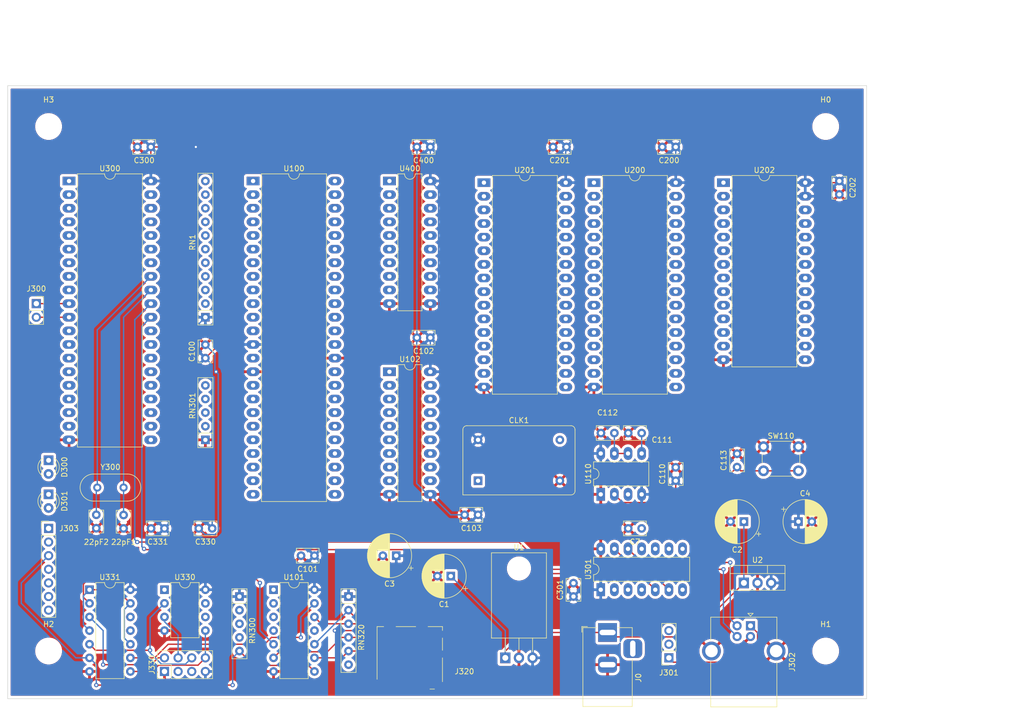
<source format=kicad_pcb>
(kicad_pcb (version 20171130) (host pcbnew "(5.1.10)-1")
  (layers (0 F.Cu signal) (31 B.Cu signal) (34 B.Paste user) (35 F.Paste user) (36 B.SilkS user) (37 F.SilkS user) (38 B.Mask user) (39 F.Mask user) (44 Edge.Cuts user))
  (net 0 "")
  (net 1 "Net-(22pF1-Pad2)")
  (net 2 GND)
  (net 3 "Net-(22pF2-Pad2)")
  (net 4 VCC)
  (net 5 +3V3)
  (net 6 +5V)
  (net 7 "Net-(C7-Pad1)")
  (net 8 "Net-(C111-Pad1)")
  (net 9 555_01)
  (net 10 RESET_IN)
  (net 11 CLK)
  (net 12 "Net-(J300-Pad1)")
  (net 13 "Net-(J300-Pad2)")
  (net 14 "Net-(J301-Pad1)")
  (net 15 "Net-(J301-Pad2)")
  (net 16 "Net-(J302-Pad2)")
  (net 17 "Net-(J302-Pad3)")
  (net 18 SCLK)
  (net 19 MOSI)
  (net 20 MISO)
  (net 21 AUX_CS1)
  (net 22 AUX_CS2)
  (net 23 AUX_CS3)
  (net 24 AUX_CS4)
  (net 25 "Net-(J320-Pad1)")
  (net 26 "Net-(J320-Pad8)")
  (net 27 "Net-(J320-Pad2)")
  (net 28 "Net-(J320-Pad3)")
  (net 29 "Net-(J320-Pad5)")
  (net 30 "Net-(J320-Pad7)")
  (net 31 PROG_EN)
  (net 32 PROG_SCLK)
  (net 33 PROG_MOSI)
  (net 34 PROG_MISO)
  (net 35 PROG_WP)
  (net 36 BERR)
  (net 37 BR)
  (net 38 DART_IRQ)
  (net 39 IP1)
  (net 40 HALT)
  (net 41 RESET)
  (net 42 VPA)
  (net 43 "Net-(RN1-Pad11)")
  (net 44 SER_PU2)
  (net 45 USB_RST)
  (net 46 SER_PD2)
  (net 47 "Net-(RN320-Pad6)")
  (net 48 /100_CPU/A3)
  (net 49 /100_CPU/A4)
  (net 50 /100_CPU/A5)
  (net 51 /100_CPU/A6)
  (net 52 /100_CPU/A7)
  (net 53 /100_CPU/A8)
  (net 54 "Net-(U100-Pad38)")
  (net 55 /100_CPU/A9)
  (net 56 /100_CPU/A10)
  (net 57 /100_CPU/A11)
  (net 58 /100_CPU/A12)
  (net 59 /100_CPU/A13)
  (net 60 FC2)
  (net 61 /100_CPU/A14)
  (net 62 FC1)
  (net 63 FC0)
  (net 64 /100_CPU/A15)
  (net 65 /100_CPU/A0)
  (net 66 /100_CPU/A1)
  (net 67 /100_CPU/A16)
  (net 68 /100_CPU/A2)
  (net 69 /100_CPU/A17)
  (net 70 /100_CPU/A18)
  (net 71 /100_CPU/A19)
  (net 72 /100_CPU/D7)
  (net 73 /100_CPU/D6)
  (net 74 /100_CPU/D5)
  (net 75 /100_CPU/D4)
  (net 76 /100_CPU/D3)
  (net 77 /100_CPU/D2)
  (net 78 /100_CPU/D1)
  (net 79 /100_CPU/D0)
  (net 80 AS)
  (net 81 DS)
  (net 82 RW)
  (net 83 DTACK)
  (net 84 "Net-(U100-Pad32)")
  (net 85 SD_CS)
  (net 86 "Net-(U101-Pad1)")
  (net 87 "Net-(U102-Pad12)")
  (net 88 "Net-(U102-Pad13)")
  (net 89 /100_CPU/110_RESET/Reset)
  (net 90 "Net-(U102-Pad14)")
  (net 91 "Net-(U102-Pad15)")
  (net 92 INTACK)
  (net 93 WRITE)
  (net 94 "Net-(U102-Pad9)")
  (net 95 READ)
  (net 96 HRAM_SEL)
  (net 97 LRAM_SEL)
  (net 98 ROM_SEL)
  (net 99 "Net-(U300-Pad2)")
  (net 100 "Net-(U300-Pad4)")
  (net 101 ROM_CS)
  (net 102 DART_DTACK)
  (net 103 DART_TX)
  (net 104 DART_RX)
  (net 105 IO1_SEL)
  (net 106 "Net-(U300-Pad36)")
  (net 107 "Net-(U300-Pad38)")
  (net 108 "Net-(U300-Pad39)")
  (net 109 "Net-(U301-Pad8)")
  (net 110 "Net-(U301-Pad2)")
  (net 111 "Net-(U301-Pad9)")
  (net 112 "Net-(U301-Pad3)")
  (net 113 "Net-(U301-Pad10)")
  (net 114 "Net-(U301-Pad7)")
  (net 115 "Net-(U400-Pad14)")
  (net 116 "Net-(U400-Pad13)")
  (net 117 "Net-(U400-Pad12)")
  (net 118 "Net-(CLK1-Pad1)")
  (net 119 "Net-(D300-Pad1)")
  (net 120 "Net-(D301-Pad1)")
  (module Capacitor_THT:C_Rect_L4.0mm_W2.5mm_P2.50mm (layer F.Cu) (at 236.18 21.59 180)
    (fp_text reference C201 (at 1.25 -2.5) (layer F.SilkS))
    (fp_text value 22pF)
    (pad 2 thru_hole circle (at 2.5 0 180) (size 1.6 1.6) (drill 0.8) (layers *.Cu *.Mask) (net 2 GND))
    (pad 1 thru_hole circle (at 0 0 180) (size 1.6 1.6) (drill 0.8) (layers *.Cu *.Mask) (net 6 +5V))
  )
  (module Package_DIP:DIP-32_W15.24mm_LongPads (layer F.Cu) (at 220.805 28.245)
    (fp_text reference U201 (at 7.62 -2.33) (layer F.SilkS))
    (fp_text value AS6C4008-55PCN)
    (pad 1 thru_hole rect (at 0 0) (size 2.4 1.6) (drill 0.8) (layers *.Cu *.Mask) (net 70 /100_CPU/A18))
    (pad 17 thru_hole oval (at 15.24 38.1) (size 2.4 1.6) (drill 0.8) (layers *.Cu *.Mask) (net 76 /100_CPU/D3))
    (pad 2 thru_hole oval (at 0 2.54) (size 2.4 1.6) (drill 0.8) (layers *.Cu *.Mask) (net 67 /100_CPU/A16))
    (pad 18 thru_hole oval (at 15.24 35.56) (size 2.4 1.6) (drill 0.8) (layers *.Cu *.Mask) (net 75 /100_CPU/D4))
    (pad 3 thru_hole oval (at 0 5.08) (size 2.4 1.6) (drill 0.8) (layers *.Cu *.Mask) (net 61 /100_CPU/A14))
    (pad 19 thru_hole oval (at 15.24 33.02) (size 2.4 1.6) (drill 0.8) (layers *.Cu *.Mask) (net 74 /100_CPU/D5))
    (pad 4 thru_hole oval (at 0 7.62) (size 2.4 1.6) (drill 0.8) (layers *.Cu *.Mask) (net 58 /100_CPU/A12))
    (pad 20 thru_hole oval (at 15.24 30.48) (size 2.4 1.6) (drill 0.8) (layers *.Cu *.Mask) (net 73 /100_CPU/D6))
    (pad 5 thru_hole oval (at 0 10.16) (size 2.4 1.6) (drill 0.8) (layers *.Cu *.Mask) (net 52 /100_CPU/A7))
    (pad 21 thru_hole oval (at 15.24 27.94) (size 2.4 1.6) (drill 0.8) (layers *.Cu *.Mask) (net 72 /100_CPU/D7))
    (pad 6 thru_hole oval (at 0 12.7) (size 2.4 1.6) (drill 0.8) (layers *.Cu *.Mask) (net 51 /100_CPU/A6))
    (pad 22 thru_hole oval (at 15.24 25.4) (size 2.4 1.6) (drill 0.8) (layers *.Cu *.Mask) (net 97 LRAM_SEL))
    (pad 7 thru_hole oval (at 0 15.24) (size 2.4 1.6) (drill 0.8) (layers *.Cu *.Mask) (net 50 /100_CPU/A5))
    (pad 23 thru_hole oval (at 15.24 22.86) (size 2.4 1.6) (drill 0.8) (layers *.Cu *.Mask) (net 56 /100_CPU/A10))
    (pad 8 thru_hole oval (at 0 17.78) (size 2.4 1.6) (drill 0.8) (layers *.Cu *.Mask) (net 49 /100_CPU/A4))
    (pad 24 thru_hole oval (at 15.24 20.32) (size 2.4 1.6) (drill 0.8) (layers *.Cu *.Mask) (net 95 READ))
    (pad 9 thru_hole oval (at 0 20.32) (size 2.4 1.6) (drill 0.8) (layers *.Cu *.Mask) (net 48 /100_CPU/A3))
    (pad 25 thru_hole oval (at 15.24 17.78) (size 2.4 1.6) (drill 0.8) (layers *.Cu *.Mask) (net 57 /100_CPU/A11))
    (pad 10 thru_hole oval (at 0 22.86) (size 2.4 1.6) (drill 0.8) (layers *.Cu *.Mask) (net 68 /100_CPU/A2))
    (pad 26 thru_hole oval (at 15.24 15.24) (size 2.4 1.6) (drill 0.8) (layers *.Cu *.Mask) (net 55 /100_CPU/A9))
    (pad 11 thru_hole oval (at 0 25.4) (size 2.4 1.6) (drill 0.8) (layers *.Cu *.Mask) (net 66 /100_CPU/A1))
    (pad 27 thru_hole oval (at 15.24 12.7) (size 2.4 1.6) (drill 0.8) (layers *.Cu *.Mask) (net 53 /100_CPU/A8))
    (pad 12 thru_hole oval (at 0 27.94) (size 2.4 1.6) (drill 0.8) (layers *.Cu *.Mask) (net 65 /100_CPU/A0))
    (pad 28 thru_hole oval (at 15.24 10.16) (size 2.4 1.6) (drill 0.8) (layers *.Cu *.Mask) (net 59 /100_CPU/A13))
    (pad 13 thru_hole oval (at 0 30.48) (size 2.4 1.6) (drill 0.8) (layers *.Cu *.Mask) (net 79 /100_CPU/D0))
    (pad 29 thru_hole oval (at 15.24 7.62) (size 2.4 1.6) (drill 0.8) (layers *.Cu *.Mask) (net 93 WRITE))
    (pad 14 thru_hole oval (at 0 33.02) (size 2.4 1.6) (drill 0.8) (layers *.Cu *.Mask) (net 78 /100_CPU/D1))
    (pad 30 thru_hole oval (at 15.24 5.08) (size 2.4 1.6) (drill 0.8) (layers *.Cu *.Mask) (net 69 /100_CPU/A17))
    (pad 15 thru_hole oval (at 0 35.56) (size 2.4 1.6) (drill 0.8) (layers *.Cu *.Mask) (net 77 /100_CPU/D2))
    (pad 31 thru_hole oval (at 15.24 2.54) (size 2.4 1.6) (drill 0.8) (layers *.Cu *.Mask) (net 64 /100_CPU/A15))
    (pad 16 thru_hole oval (at 0 38.1) (size 2.4 1.6) (drill 0.8) (layers *.Cu *.Mask) (net 2 GND))
    (pad 32 thru_hole oval (at 15.24 0) (size 2.4 1.6) (drill 0.8) (layers *.Cu *.Mask) (net 6 +5V))
  )
  (module LED_THT:LED_D3.0mm (layer F.Cu) (at 139.7 86.36 270)
    (fp_text reference D301 (at 1.27 -2.96 90) (layer F.SilkS))
    (fp_text value LED)
    (pad 2 thru_hole circle (at 2.54 0 270) (size 1.8 1.8) (drill 0.9) (layers *.Cu *.Mask) (net 24 AUX_CS4))
    (pad 1 thru_hole rect (at 0 0 270) (size 1.8 1.8) (drill 0.9) (layers *.Cu *.Mask) (net 120 "Net-(D301-Pad1)"))
  )
  (module LED_THT:LED_D3.0mm (layer F.Cu) (at 139.7 80.01 270)
    (fp_text reference D300 (at 1.27 -2.96 90) (layer F.SilkS))
    (fp_text value LED)
    (pad 2 thru_hole circle (at 2.54 0 270) (size 1.8 1.8) (drill 0.9) (layers *.Cu *.Mask) (net 23 AUX_CS3))
    (pad 1 thru_hole rect (at 0 0 270) (size 1.8 1.8) (drill 0.9) (layers *.Cu *.Mask) (net 119 "Net-(D300-Pad1)"))
  )
  (module MountingHole:MountingHole_4mm (layer F.Cu) (at 139.7 17.78)
    (fp_text reference H3 (at 0 -5) (layer F.SilkS))
    (fp_text value MountingHole)
    (pad 1 np_thru_hole circle (at 0 0) (size 4 4) (drill 4) (layers *.Cu *.Mask))
  )
  (module MountingHole:MountingHole_4mm (layer F.Cu) (at 139.7 115.57)
    (fp_text reference H2 (at 0 -5) (layer F.SilkS))
    (fp_text value MountingHole)
    (pad 1 np_thru_hole circle (at 0 0) (size 4 4) (drill 4) (layers *.Cu *.Mask))
  )
  (module MountingHole:MountingHole_4mm (layer F.Cu) (at 284.48 115.57)
    (fp_text reference H1 (at 0 -5) (layer F.SilkS))
    (fp_text value MountingHole)
    (pad 1 np_thru_hole circle (at 0 0) (size 4 4) (drill 4) (layers *.Cu *.Mask))
  )
  (module MountingHole:MountingHole_4mm (layer F.Cu) (at 284.48 17.78)
    (fp_text reference H0 (at 0 -5) (layer F.SilkS))
    (fp_text value MountingHole)
    (pad 1 np_thru_hole circle (at 0 0) (size 4 4) (drill 4) (layers *.Cu *.Mask))
  )
  (module Package_DIP:DIP-48_W15.24mm_LongPads (layer F.Cu) (at 177.8 27.94)
    (fp_text reference U100 (at 7.62 -2.33) (layer F.SilkS))
    (fp_text value 68008D)
    (pad 48 thru_hole oval (at 15.24 0) (size 2.4 1.6) (drill 0.8) (layers *.Cu *.Mask) (net 68 /100_CPU/A2))
    (pad 24 thru_hole oval (at 0 58.42) (size 2.4 1.6) (drill 0.8) (layers *.Cu *.Mask) (net 76 /100_CPU/D3))
    (pad 47 thru_hole oval (at 15.24 2.54) (size 2.4 1.6) (drill 0.8) (layers *.Cu *.Mask) (net 66 /100_CPU/A1))
    (pad 23 thru_hole oval (at 0 55.88) (size 2.4 1.6) (drill 0.8) (layers *.Cu *.Mask) (net 75 /100_CPU/D4))
    (pad 46 thru_hole oval (at 15.24 5.08) (size 2.4 1.6) (drill 0.8) (layers *.Cu *.Mask) (net 65 /100_CPU/A0))
    (pad 22 thru_hole oval (at 0 53.34) (size 2.4 1.6) (drill 0.8) (layers *.Cu *.Mask) (net 74 /100_CPU/D5))
    (pad 45 thru_hole oval (at 15.24 7.62) (size 2.4 1.6) (drill 0.8) (layers *.Cu *.Mask) (net 63 FC0))
    (pad 21 thru_hole oval (at 0 50.8) (size 2.4 1.6) (drill 0.8) (layers *.Cu *.Mask) (net 73 /100_CPU/D6))
    (pad 44 thru_hole oval (at 15.24 10.16) (size 2.4 1.6) (drill 0.8) (layers *.Cu *.Mask) (net 62 FC1))
    (pad 20 thru_hole oval (at 0 48.26) (size 2.4 1.6) (drill 0.8) (layers *.Cu *.Mask) (net 72 /100_CPU/D7))
    (pad 43 thru_hole oval (at 15.24 12.7) (size 2.4 1.6) (drill 0.8) (layers *.Cu *.Mask) (net 60 FC2))
    (pad 19 thru_hole oval (at 0 45.72) (size 2.4 1.6) (drill 0.8) (layers *.Cu *.Mask) (net 71 /100_CPU/A19))
    (pad 42 thru_hole oval (at 15.24 15.24) (size 2.4 1.6) (drill 0.8) (layers *.Cu *.Mask) (net 38 DART_IRQ))
    (pad 18 thru_hole oval (at 0 43.18) (size 2.4 1.6) (drill 0.8) (layers *.Cu *.Mask) (net 70 /100_CPU/A18))
    (pad 41 thru_hole oval (at 15.24 17.78) (size 2.4 1.6) (drill 0.8) (layers *.Cu *.Mask) (net 39 IP1))
    (pad 17 thru_hole oval (at 0 40.64) (size 2.4 1.6) (drill 0.8) (layers *.Cu *.Mask) (net 69 /100_CPU/A17))
    (pad 40 thru_hole oval (at 15.24 20.32) (size 2.4 1.6) (drill 0.8) (layers *.Cu *.Mask) (net 36 BERR))
    (pad 16 thru_hole oval (at 0 38.1) (size 2.4 1.6) (drill 0.8) (layers *.Cu *.Mask) (net 67 /100_CPU/A16))
    (pad 39 thru_hole oval (at 15.24 22.86) (size 2.4 1.6) (drill 0.8) (layers *.Cu *.Mask) (net 42 VPA))
    (pad 15 thru_hole oval (at 0 35.56) (size 2.4 1.6) (drill 0.8) (layers *.Cu *.Mask) (net 2 GND))
    (pad 38 thru_hole oval (at 15.24 25.4) (size 2.4 1.6) (drill 0.8) (layers *.Cu *.Mask) (net 54 "Net-(U100-Pad38)"))
    (pad 14 thru_hole oval (at 0 33.02) (size 2.4 1.6) (drill 0.8) (layers *.Cu *.Mask) (net 64 /100_CPU/A15))
    (pad 37 thru_hole oval (at 15.24 27.94) (size 2.4 1.6) (drill 0.8) (layers *.Cu *.Mask) (net 41 RESET))
    (pad 13 thru_hole oval (at 0 30.48) (size 2.4 1.6) (drill 0.8) (layers *.Cu *.Mask) (net 6 +5V))
    (pad 36 thru_hole oval (at 15.24 30.48) (size 2.4 1.6) (drill 0.8) (layers *.Cu *.Mask) (net 40 HALT))
    (pad 12 thru_hole oval (at 0 27.94) (size 2.4 1.6) (drill 0.8) (layers *.Cu *.Mask) (net 61 /100_CPU/A14))
    (pad 35 thru_hole oval (at 15.24 33.02) (size 2.4 1.6) (drill 0.8) (layers *.Cu *.Mask) (net 2 GND))
    (pad 11 thru_hole oval (at 0 25.4) (size 2.4 1.6) (drill 0.8) (layers *.Cu *.Mask) (net 59 /100_CPU/A13))
    (pad 34 thru_hole oval (at 15.24 35.56) (size 2.4 1.6) (drill 0.8) (layers *.Cu *.Mask) (net 11 CLK))
    (pad 10 thru_hole oval (at 0 22.86) (size 2.4 1.6) (drill 0.8) (layers *.Cu *.Mask) (net 58 /100_CPU/A12))
    (pad 33 thru_hole oval (at 15.24 38.1) (size 2.4 1.6) (drill 0.8) (layers *.Cu *.Mask) (net 37 BR))
    (pad 9 thru_hole oval (at 0 20.32) (size 2.4 1.6) (drill 0.8) (layers *.Cu *.Mask) (net 57 /100_CPU/A11))
    (pad 32 thru_hole oval (at 15.24 40.64) (size 2.4 1.6) (drill 0.8) (layers *.Cu *.Mask) (net 84 "Net-(U100-Pad32)"))
    (pad 8 thru_hole oval (at 0 17.78) (size 2.4 1.6) (drill 0.8) (layers *.Cu *.Mask) (net 56 /100_CPU/A10))
    (pad 31 thru_hole oval (at 15.24 43.18) (size 2.4 1.6) (drill 0.8) (layers *.Cu *.Mask) (net 83 DTACK))
    (pad 7 thru_hole oval (at 0 15.24) (size 2.4 1.6) (drill 0.8) (layers *.Cu *.Mask) (net 55 /100_CPU/A9))
    (pad 30 thru_hole oval (at 15.24 45.72) (size 2.4 1.6) (drill 0.8) (layers *.Cu *.Mask) (net 82 RW))
    (pad 6 thru_hole oval (at 0 12.7) (size 2.4 1.6) (drill 0.8) (layers *.Cu *.Mask) (net 53 /100_CPU/A8))
    (pad 29 thru_hole oval (at 15.24 48.26) (size 2.4 1.6) (drill 0.8) (layers *.Cu *.Mask) (net 81 DS))
    (pad 5 thru_hole oval (at 0 10.16) (size 2.4 1.6) (drill 0.8) (layers *.Cu *.Mask) (net 52 /100_CPU/A7))
    (pad 28 thru_hole oval (at 15.24 50.8) (size 2.4 1.6) (drill 0.8) (layers *.Cu *.Mask) (net 80 AS))
    (pad 4 thru_hole oval (at 0 7.62) (size 2.4 1.6) (drill 0.8) (layers *.Cu *.Mask) (net 51 /100_CPU/A6))
    (pad 27 thru_hole oval (at 15.24 53.34) (size 2.4 1.6) (drill 0.8) (layers *.Cu *.Mask) (net 79 /100_CPU/D0))
    (pad 3 thru_hole oval (at 0 5.08) (size 2.4 1.6) (drill 0.8) (layers *.Cu *.Mask) (net 50 /100_CPU/A5))
    (pad 26 thru_hole oval (at 15.24 55.88) (size 2.4 1.6) (drill 0.8) (layers *.Cu *.Mask) (net 78 /100_CPU/D1))
    (pad 2 thru_hole oval (at 0 2.54) (size 2.4 1.6) (drill 0.8) (layers *.Cu *.Mask) (net 49 /100_CPU/A4))
    (pad 25 thru_hole oval (at 15.24 58.42) (size 2.4 1.6) (drill 0.8) (layers *.Cu *.Mask) (net 77 /100_CPU/D2))
    (pad 1 thru_hole rect (at 0 0) (size 2.4 1.6) (drill 0.8) (layers *.Cu *.Mask) (net 48 /100_CPU/A3))
  )
  (module Capacitor_THT:C_Rect_L4.0mm_W2.5mm_P2.50mm (layer F.Cu) (at 153.67 92.71 90)
    (fp_text reference 22pF1 (at -2.54 0 180) (layer F.SilkS))
    (fp_text value CX1)
    (pad 2 thru_hole circle (at 2.5 0 90) (size 1.6 1.6) (drill 0.8) (layers *.Cu *.Mask) (net 1 "Net-(22pF1-Pad2)"))
    (pad 1 thru_hole circle (at 0 0 90) (size 1.6 1.6) (drill 0.8) (layers *.Cu *.Mask) (net 2 GND))
  )
  (module Capacitor_THT:C_Rect_L4.0mm_W2.5mm_P2.50mm (layer F.Cu) (at 148.59 92.67 90)
    (fp_text reference 22pF2 (at -2.58 0 180) (layer F.SilkS))
    (fp_text value CX2)
    (pad 1 thru_hole circle (at 0 0 90) (size 1.6 1.6) (drill 0.8) (layers *.Cu *.Mask) (net 2 GND))
    (pad 2 thru_hole circle (at 2.5 0 90) (size 1.6 1.6) (drill 0.8) (layers *.Cu *.Mask) (net 3 "Net-(22pF2-Pad2)"))
  )
  (module Capacitor_THT:CP_Radial_D8.0mm_P2.50mm (layer F.Cu) (at 214.63 101.6 180)
    (fp_text reference C1 (at 1.25 -5.25) (layer F.SilkS))
    (fp_text value .1uF)
    (pad 2 thru_hole circle (at 2.5 0 180) (size 1.6 1.6) (drill 0.8) (layers *.Cu *.Mask) (net 2 GND))
    (pad 1 thru_hole rect (at 0 0 180) (size 1.6 1.6) (drill 0.8) (layers *.Cu *.Mask) (net 4 VCC))
  )
  (module Capacitor_THT:CP_Radial_D8.0mm_P2.50mm (layer F.Cu) (at 269.24 91.44 180)
    (fp_text reference C2 (at 1.25 -5.25) (layer F.SilkS))
    (fp_text value .33uF)
    (pad 1 thru_hole rect (at 0 0 180) (size 1.6 1.6) (drill 0.8) (layers *.Cu *.Mask) (net 4 VCC))
    (pad 2 thru_hole circle (at 2.5 0 180) (size 1.6 1.6) (drill 0.8) (layers *.Cu *.Mask) (net 2 GND))
  )
  (module Capacitor_THT:CP_Radial_D8.0mm_P2.50mm (layer F.Cu) (at 204.47 97.79 180)
    (fp_text reference C3 (at 1.25 -5.25) (layer F.SilkS))
    (fp_text value 2.2uF)
    (pad 2 thru_hole circle (at 2.5 0 180) (size 1.6 1.6) (drill 0.8) (layers *.Cu *.Mask) (net 2 GND))
    (pad 1 thru_hole rect (at 0 0 180) (size 1.6 1.6) (drill 0.8) (layers *.Cu *.Mask) (net 5 +3V3))
  )
  (module Capacitor_THT:CP_Radial_D8.0mm_P2.50mm (layer F.Cu) (at 279.4 91.44)
    (fp_text reference C4 (at 1.25 -5.25) (layer F.SilkS))
    (fp_text value .1uF)
    (pad 1 thru_hole rect (at 0 0) (size 1.6 1.6) (drill 0.8) (layers *.Cu *.Mask) (net 6 +5V))
    (pad 2 thru_hole circle (at 2.5 0) (size 1.6 1.6) (drill 0.8) (layers *.Cu *.Mask) (net 2 GND))
  )
  (module Capacitor_THT:C_Rect_L4.0mm_W2.5mm_P2.50mm (layer F.Cu) (at 250.19 92.71 180)
    (fp_text reference C7 (at 1.25 -2.5) (layer F.SilkS))
    (fp_text value 22pF)
    (pad 2 thru_hole circle (at 2.5 0 180) (size 1.6 1.6) (drill 0.8) (layers *.Cu *.Mask) (net 2 GND))
    (pad 1 thru_hole circle (at 0 0 180) (size 1.6 1.6) (drill 0.8) (layers *.Cu *.Mask) (net 7 "Net-(C7-Pad1)"))
  )
  (module Capacitor_THT:C_Rect_L4.0mm_W2.5mm_P2.50mm (layer F.Cu) (at 168.91 60.96 90)
    (fp_text reference C100 (at 1.25 -2.5 90) (layer F.SilkS))
    (fp_text value 22pF)
    (pad 2 thru_hole circle (at 2.5 0 90) (size 1.6 1.6) (drill 0.8) (layers *.Cu *.Mask) (net 2 GND))
    (pad 1 thru_hole circle (at 0 0 90) (size 1.6 1.6) (drill 0.8) (layers *.Cu *.Mask) (net 6 +5V))
  )
  (module Capacitor_THT:C_Rect_L4.0mm_W2.5mm_P2.50mm (layer F.Cu) (at 189.23 97.79 180)
    (fp_text reference C101 (at 1.25 -2.5) (layer F.SilkS))
    (fp_text value 22pF)
    (pad 1 thru_hole circle (at 0 0 180) (size 1.6 1.6) (drill 0.8) (layers *.Cu *.Mask) (net 6 +5V))
    (pad 2 thru_hole circle (at 2.5 0 180) (size 1.6 1.6) (drill 0.8) (layers *.Cu *.Mask) (net 2 GND))
  )
  (module Capacitor_THT:C_Rect_L4.0mm_W2.5mm_P2.50mm (layer F.Cu) (at 210.82 57.15 180)
    (fp_text reference C102 (at 1.25 -2.5) (layer F.SilkS))
    (fp_text value 22pF)
    (pad 2 thru_hole circle (at 2.5 0 180) (size 1.6 1.6) (drill 0.8) (layers *.Cu *.Mask) (net 2 GND))
    (pad 1 thru_hole circle (at 0 0 180) (size 1.6 1.6) (drill 0.8) (layers *.Cu *.Mask) (net 6 +5V))
  )
  (module Capacitor_THT:C_Rect_L4.0mm_W2.5mm_P2.50mm (layer F.Cu) (at 219.71 90.17 180)
    (fp_text reference C103 (at 1.25 -2.5) (layer F.SilkS))
    (fp_text value 22pF)
    (pad 1 thru_hole circle (at 0 0 180) (size 1.6 1.6) (drill 0.8) (layers *.Cu *.Mask) (net 6 +5V))
    (pad 2 thru_hole circle (at 2.5 0 180) (size 1.6 1.6) (drill 0.8) (layers *.Cu *.Mask) (net 2 GND))
  )
  (module Capacitor_THT:C_Rect_L4.0mm_W2.5mm_P2.50mm (layer F.Cu) (at 256.54 83.82 90)
    (fp_text reference C110 (at 1.25 -2.5 90) (layer F.SilkS))
    (fp_text value 22pF)
    (pad 1 thru_hole circle (at 0 0 90) (size 1.6 1.6) (drill 0.8) (layers *.Cu *.Mask) (net 6 +5V))
    (pad 2 thru_hole circle (at 2.5 0 90) (size 1.6 1.6) (drill 0.8) (layers *.Cu *.Mask) (net 2 GND))
  )
  (module Capacitor_THT:C_Rect_L4.0mm_W2.5mm_P2.50mm (layer F.Cu) (at 250.19 74.93 180)
    (fp_text reference C111 (at -3.81 -1.27) (layer F.SilkS))
    (fp_text value 10nF)
    (pad 2 thru_hole circle (at 2.5 0 180) (size 1.6 1.6) (drill 0.8) (layers *.Cu *.Mask) (net 2 GND))
    (pad 1 thru_hole circle (at 0 0 180) (size 1.6 1.6) (drill 0.8) (layers *.Cu *.Mask) (net 8 "Net-(C111-Pad1)"))
  )
  (module Capacitor_THT:C_Rect_L4.0mm_W2.5mm_P2.50mm (layer F.Cu) (at 245.11 74.93 180)
    (fp_text reference C112 (at 1.27 3.81) (layer F.SilkS))
    (fp_text value 10uF)
    (pad 1 thru_hole circle (at 0 0 180) (size 1.6 1.6) (drill 0.8) (layers *.Cu *.Mask) (net 9 555_01))
    (pad 2 thru_hole circle (at 2.5 0 180) (size 1.6 1.6) (drill 0.8) (layers *.Cu *.Mask) (net 2 GND))
  )
  (module Capacitor_THT:C_Rect_L4.0mm_W2.5mm_P2.50mm (layer F.Cu) (at 267.97 81.28 90)
    (fp_text reference C113 (at 1.25 -2.5 90) (layer F.SilkS))
    (fp_text value 100nF)
    (pad 2 thru_hole circle (at 2.5 0 90) (size 1.6 1.6) (drill 0.8) (layers *.Cu *.Mask) (net 2 GND))
    (pad 1 thru_hole circle (at 0 0 90) (size 1.6 1.6) (drill 0.8) (layers *.Cu *.Mask) (net 10 RESET_IN))
  )
  (module Capacitor_THT:C_Rect_L4.0mm_W2.5mm_P2.50mm (layer F.Cu) (at 256.54 21.59 180)
    (fp_text reference C200 (at 1.25 -2.5) (layer F.SilkS))
    (fp_text value 22pF)
    (pad 1 thru_hole circle (at 0 0 180) (size 1.6 1.6) (drill 0.8) (layers *.Cu *.Mask) (net 6 +5V))
    (pad 2 thru_hole circle (at 2.5 0 180) (size 1.6 1.6) (drill 0.8) (layers *.Cu *.Mask) (net 2 GND))
  )
  (module Capacitor_THT:C_Rect_L4.0mm_W2.5mm_P2.50mm (layer F.Cu) (at 287.02 27.94 270)
    (fp_text reference C202 (at 1.25 -2.5 90) (layer F.SilkS))
    (fp_text value 22pF)
    (pad 1 thru_hole circle (at 0 0 270) (size 1.6 1.6) (drill 0.8) (layers *.Cu *.Mask) (net 6 +5V))
    (pad 2 thru_hole circle (at 2.5 0 270) (size 1.6 1.6) (drill 0.8) (layers *.Cu *.Mask) (net 2 GND))
  )
  (module Capacitor_THT:C_Rect_L4.0mm_W2.5mm_P2.50mm (layer F.Cu) (at 158.75 21.59 180)
    (fp_text reference C300 (at 1.25 -2.5) (layer F.SilkS))
    (fp_text value 22pF)
    (pad 1 thru_hole circle (at 0 0 180) (size 1.6 1.6) (drill 0.8) (layers *.Cu *.Mask) (net 6 +5V))
    (pad 2 thru_hole circle (at 2.5 0 180) (size 1.6 1.6) (drill 0.8) (layers *.Cu *.Mask) (net 2 GND))
  )
  (module Capacitor_THT:C_Rect_L4.0mm_W2.5mm_P2.50mm (layer F.Cu) (at 237.49 105.41 90)
    (fp_text reference C301 (at 1.25 -2.5 90) (layer F.SilkS))
    (fp_text value 22pF hide)
    (pad 2 thru_hole circle (at 2.5 0 90) (size 1.6 1.6) (drill 0.8) (layers *.Cu *.Mask) (net 2 GND))
    (pad 1 thru_hole circle (at 0 0 90) (size 1.6 1.6) (drill 0.8) (layers *.Cu *.Mask) (net 6 +5V))
  )
  (module Capacitor_THT:C_Rect_L4.0mm_W2.5mm_P2.50mm (layer F.Cu) (at 170.18 92.71 180)
    (fp_text reference C330 (at 1.25 -2.5) (layer F.SilkS))
    (fp_text value 22pF)
    (pad 1 thru_hole circle (at 0 0 180) (size 1.6 1.6) (drill 0.8) (layers *.Cu *.Mask) (net 6 +5V))
    (pad 2 thru_hole circle (at 2.5 0 180) (size 1.6 1.6) (drill 0.8) (layers *.Cu *.Mask) (net 2 GND))
  )
  (module Capacitor_THT:C_Rect_L4.0mm_W2.5mm_P2.50mm (layer F.Cu) (at 161.29 92.71 180)
    (fp_text reference C331 (at 1.25 -2.5) (layer F.SilkS))
    (fp_text value 22pF)
    (pad 2 thru_hole circle (at 2.5 0 180) (size 1.6 1.6) (drill 0.8) (layers *.Cu *.Mask) (net 2 GND))
    (pad 1 thru_hole circle (at 0 0 180) (size 1.6 1.6) (drill 0.8) (layers *.Cu *.Mask) (net 6 +5V))
  )
  (module Capacitor_THT:C_Rect_L4.0mm_W2.5mm_P2.50mm (layer F.Cu) (at 210.82 21.59 180)
    (fp_text reference C400 (at 1.25 -2.5) (layer F.SilkS))
    (fp_text value 22pF)
    (pad 1 thru_hole circle (at 0 0 180) (size 1.6 1.6) (drill 0.8) (layers *.Cu *.Mask) (net 6 +5V))
    (pad 2 thru_hole circle (at 2.5 0 180) (size 1.6 1.6) (drill 0.8) (layers *.Cu *.Mask) (net 2 GND))
  )
  (module Oscillator:Oscillator_DIP-14 (layer F.Cu) (at 219.71 83.82)
    (fp_text reference CLK1 (at 7.62 -11.26) (layer F.SilkS))
    (fp_text value "10.000 MHz")
    (pad 1 thru_hole rect (at 0 0) (size 1.6 1.6) (drill 0.8) (layers *.Cu *.Mask) (net 118 "Net-(CLK1-Pad1)"))
    (pad 14 thru_hole circle (at 0 -7.62) (size 1.6 1.6) (drill 0.8) (layers *.Cu *.Mask) (net 6 +5V))
    (pad 8 thru_hole circle (at 15.24 -7.62) (size 1.6 1.6) (drill 0.8) (layers *.Cu *.Mask) (net 11 CLK))
    (pad 7 thru_hole circle (at 15.24 0) (size 1.6 1.6) (drill 0.8) (layers *.Cu *.Mask) (net 2 GND))
  )
  (module Connector_BarrelJack:BarrelJack_Horizontal (layer F.Cu) (at 243.84 112.11 90)
    (fp_text reference J0 (at -8.45 5.75 90) (layer F.SilkS))
    (fp_text value Barrel_Jack)
    (pad 1 thru_hole rect (at 0 0 90) (size 3.5 3.5) (drill oval 1 3) (layers *.Cu *.Mask) (net 4 VCC))
    (pad 2 thru_hole roundrect (at -6 0 90) (size 3 3.5) (drill oval 1 3) (layers *.Cu *.Mask) (net 2 GND))
    (pad 3 thru_hole roundrect (at -3 4.7 90) (size 3.5 3.5) (drill oval 3 1) (layers *.Cu *.Mask))
  )
  (module Connector_PinSocket_2.54mm:PinSocket_1x02_P2.54mm_Vertical (layer F.Cu) (at 137.414 50.8)
    (fp_text reference J300 (at 0 -2.77) (layer F.SilkS))
    (fp_text value Conn_01x02_Male)
    (pad 1 thru_hole rect (at 0 0) (size 1.7 1.7) (drill 1) (layers *.Cu *.Mask) (net 12 "Net-(J300-Pad1)"))
    (pad 2 thru_hole oval (at 0 2.54) (size 1.7 1.7) (drill 1) (layers *.Cu *.Mask) (net 13 "Net-(J300-Pad2)"))
  )
  (module Connector_PinSocket_2.54mm:PinSocket_1x03_P2.54mm_Vertical (layer F.Cu) (at 255.27 116.84 180)
    (fp_text reference J301 (at 0 -2.77) (layer F.SilkS))
    (fp_text value Conn_01x03_Male)
    (pad 1 thru_hole rect (at 0 0 180) (size 1.7 1.7) (drill 1) (layers *.Cu *.Mask) (net 14 "Net-(J301-Pad1)"))
    (pad 2 thru_hole oval (at 0 2.54 180) (size 1.7 1.7) (drill 1) (layers *.Cu *.Mask) (net 15 "Net-(J301-Pad2)"))
    (pad 3 thru_hole oval (at 0 5.08 180) (size 1.7 1.7) (drill 1) (layers *.Cu *.Mask) (net 15 "Net-(J301-Pad2)"))
  )
  (module Connector_USB:USB_B_OST_USB-B1HSxx_Horizontal (layer F.Cu) (at 270.47 110.86 270)
    (fp_text reference J302 (at 6.76 -7.77 90) (layer F.SilkS))
    (fp_text value USB_B)
    (pad 1 thru_hole rect (at 0 0 270) (size 1.7 1.7) (drill 0.92) (layers *.Cu *.Mask) (net 14 "Net-(J301-Pad1)"))
    (pad 2 thru_hole circle (at 0 2.5 270) (size 1.7 1.7) (drill 0.92) (layers *.Cu *.Mask) (net 16 "Net-(J302-Pad2)"))
    (pad 3 thru_hole circle (at 2 2.5 270) (size 1.7 1.7) (drill 0.92) (layers *.Cu *.Mask) (net 17 "Net-(J302-Pad3)"))
    (pad 4 thru_hole circle (at 2 0 270) (size 1.7 1.7) (drill 0.92) (layers *.Cu *.Mask) (net 2 GND))
    (pad 5 thru_hole circle (at 4.71 -4.77 270) (size 3.5 3.5) (drill 2.33) (layers *.Cu *.Mask) (net 2 GND))
    (pad 5 thru_hole circle (at 4.71 7.27 270) (size 3.5 3.5) (drill 2.33) (layers *.Cu *.Mask) (net 2 GND))
  )
  (module Connector_PinHeader_2.54mm:PinHeader_1x07_P2.54mm_Vertical (layer F.Cu) (at 139.7 92.71)
    (fp_text reference J303 (at 3.81 0) (layer F.SilkS))
    (fp_text value Conn_01x07)
    (pad 1 thru_hole rect (at 0 0) (size 1.7 1.7) (drill 1) (layers *.Cu *.Mask) (net 18 SCLK))
    (pad 2 thru_hole oval (at 0 2.54) (size 1.7 1.7) (drill 1) (layers *.Cu *.Mask) (net 19 MOSI))
    (pad 3 thru_hole oval (at 0 5.08) (size 1.7 1.7) (drill 1) (layers *.Cu *.Mask) (net 20 MISO))
    (pad 4 thru_hole oval (at 0 7.62) (size 1.7 1.7) (drill 1) (layers *.Cu *.Mask) (net 21 AUX_CS1))
    (pad 5 thru_hole oval (at 0 10.16) (size 1.7 1.7) (drill 1) (layers *.Cu *.Mask) (net 22 AUX_CS2))
    (pad 6 thru_hole oval (at 0 12.7) (size 1.7 1.7) (drill 1) (layers *.Cu *.Mask) (net 23 AUX_CS3))
    (pad 7 thru_hole oval (at 0 15.24) (size 1.7 1.7) (drill 1) (layers *.Cu *.Mask) (net 24 AUX_CS4))
  )
  (module Connector_Card:microSD_HC_Molex_104031-0811 (layer F.Cu) (at 207.01 116.84 180)
    (fp_text reference J320 (at -10.16 -2.54) (layer F.SilkS))
    (fp_text value Micro_SD_Card_Det)
    (pad 1 smd rect (at -3.105 -5.45 180) (size 0.85 1.1) (layers F.Cu F.Paste F.Mask) (net 25 "Net-(J320-Pad1)"))
    (pad 8 smd rect (at 4.545 -5.45 180) (size 0.75 1.1) (layers F.Cu F.Paste F.Mask) (net 26 "Net-(J320-Pad8)"))
    (pad 2 smd rect (at -2.005 -5.45 180) (size 0.85 1.1) (layers F.Cu F.Paste F.Mask) (net 27 "Net-(J320-Pad2)"))
    (pad 3 smd rect (at -0.905 -5.45 180) (size 0.85 1.1) (layers F.Cu F.Paste F.Mask) (net 28 "Net-(J320-Pad3)"))
    (pad 4 smd rect (at 0.195 -5.45 180) (size 0.85 1.1) (layers F.Cu F.Paste F.Mask) (net 5 +3V3))
    (pad 5 smd rect (at 1.295 -5.45 180) (size 0.85 1.1) (layers F.Cu F.Paste F.Mask) (net 29 "Net-(J320-Pad5)"))
    (pad 6 smd rect (at 2.395 -5.45 180) (size 0.85 1.1) (layers F.Cu F.Paste F.Mask) (net 2 GND))
    (pad 7 smd rect (at 3.495 -5.45 180) (size 0.85 1.1) (layers F.Cu F.Paste F.Mask) (net 30 "Net-(J320-Pad7)"))
    (pad 11 smd rect (at 5.755 -5.1 180) (size 1.17 1.8) (layers F.Cu F.Paste F.Mask) (net 2 GND))
    (pad 11 smd rect (at -5.565 -5.325 180) (size 1.55 1.35) (layers F.Cu F.Paste F.Mask) (net 2 GND))
    (pad 10 smd rect (at -5.74 4.4 180) (size 1.2 1) (layers F.Cu F.Paste F.Mask) (net 2 GND))
    (pad 9 smd rect (at -5.74 0.7 180) (size 1.2 1) (layers F.Cu F.Paste F.Mask) (net 2 GND))
    (pad 11 smd rect (at -2.24 5.375 180) (size 1.9 1.35) (layers F.Cu F.Paste F.Mask) (net 2 GND))
    (pad 11 smd rect (at 3.73 5.375 180) (size 1.9 1.35) (layers F.Cu F.Paste F.Mask) (net 2 GND))
  )
  (module Connector_PinHeader_2.54mm:PinHeader_2x04_P2.54mm_Vertical (layer F.Cu) (at 161.29 119.38 90)
    (fp_text reference J330 (at 1.27 -2.33 90) (layer F.SilkS))
    (fp_text value Conn_02x04_Top_Bottom)
    (pad 1 thru_hole rect (at 0 0 90) (size 1.7 1.7) (drill 1) (layers *.Cu *.Mask) (net 2 GND))
    (pad 2 thru_hole oval (at 2.54 0 90) (size 1.7 1.7) (drill 1) (layers *.Cu *.Mask) (net 32 PROG_SCLK))
    (pad 3 thru_hole oval (at 0 2.54 90) (size 1.7 1.7) (drill 1) (layers *.Cu *.Mask) (net 10 RESET_IN))
    (pad 4 thru_hole oval (at 2.54 2.54 90) (size 1.7 1.7) (drill 1) (layers *.Cu *.Mask) (net 35 PROG_WP))
    (pad 5 thru_hole oval (at 0 5.08 90) (size 1.7 1.7) (drill 1) (layers *.Cu *.Mask) (net 31 PROG_EN))
    (pad 6 thru_hole oval (at 2.54 5.08 90) (size 1.7 1.7) (drill 1) (layers *.Cu *.Mask) (net 34 PROG_MISO))
    (pad 7 thru_hole oval (at 0 7.62 90) (size 1.7 1.7) (drill 1) (layers *.Cu *.Mask) (net 6 +5V))
    (pad 8 thru_hole oval (at 2.54 7.62 90) (size 1.7 1.7) (drill 1) (layers *.Cu *.Mask) (net 33 PROG_MOSI))
  )
  (module Resistor_THT:R_Array_SIP11 (layer F.Cu) (at 168.91 53.34 90)
    (fp_text reference RN1 (at 13.97 -2.4 90) (layer F.SilkS))
    (fp_text value R_Network10)
    (pad 1 thru_hole rect (at 0 0 90) (size 1.6 1.6) (drill 0.8) (layers *.Cu *.Mask) (net 6 +5V))
    (pad 2 thru_hole oval (at 2.54 0 90) (size 1.6 1.6) (drill 0.8) (layers *.Cu *.Mask) (net 36 BERR))
    (pad 3 thru_hole oval (at 5.08 0 90) (size 1.6 1.6) (drill 0.8) (layers *.Cu *.Mask) (net 37 BR))
    (pad 4 thru_hole oval (at 7.62 0 90) (size 1.6 1.6) (drill 0.8) (layers *.Cu *.Mask) (net 38 DART_IRQ))
    (pad 5 thru_hole oval (at 10.16 0 90) (size 1.6 1.6) (drill 0.8) (layers *.Cu *.Mask) (net 39 IP1))
    (pad 6 thru_hole oval (at 12.7 0 90) (size 1.6 1.6) (drill 0.8) (layers *.Cu *.Mask) (net 40 HALT))
    (pad 7 thru_hole oval (at 15.24 0 90) (size 1.6 1.6) (drill 0.8) (layers *.Cu *.Mask) (net 41 RESET))
    (pad 8 thru_hole oval (at 17.78 0 90) (size 1.6 1.6) (drill 0.8) (layers *.Cu *.Mask) (net 42 VPA))
    (pad 9 thru_hole oval (at 20.32 0 90) (size 1.6 1.6) (drill 0.8) (layers *.Cu *.Mask) (net 9 555_01))
    (pad 10 thru_hole oval (at 22.86 0 90) (size 1.6 1.6) (drill 0.8) (layers *.Cu *.Mask) (net 10 RESET_IN))
    (pad 11 thru_hole oval (at 25.4 0 90) (size 1.6 1.6) (drill 0.8) (layers *.Cu *.Mask) (net 43 "Net-(RN1-Pad11)"))
  )
  (module Resistor_THT:R_Array_SIP5 (layer F.Cu) (at 175.26 105.41 270)
    (fp_text reference RN300 (at 6.35 -2.4 90) (layer F.SilkS))
    (fp_text value 10K)
    (pad 5 thru_hole oval (at 10.16 0 270) (size 1.6 1.6) (drill 0.8) (layers *.Cu *.Mask) (net 20 MISO))
    (pad 4 thru_hole oval (at 7.62 0 270) (size 1.6 1.6) (drill 0.8) (layers *.Cu *.Mask) (net 44 SER_PU2))
    (pad 3 thru_hole oval (at 5.08 0 270) (size 1.6 1.6) (drill 0.8) (layers *.Cu *.Mask) (net 31 PROG_EN))
    (pad 2 thru_hole oval (at 2.54 0 270) (size 1.6 1.6) (drill 0.8) (layers *.Cu *.Mask) (net 45 USB_RST))
    (pad 1 thru_hole rect (at 0 0 270) (size 1.6 1.6) (drill 0.8) (layers *.Cu *.Mask) (net 6 +5V))
  )
  (module Resistor_THT:R_Array_SIP5 (layer F.Cu) (at 168.91 76.2 90)
    (fp_text reference RN301 (at 6.35 -2.4 90) (layer F.SilkS))
    (fp_text value 2K)
    (pad 1 thru_hole rect (at 0 0 90) (size 1.6 1.6) (drill 0.8) (layers *.Cu *.Mask) (net 2 GND))
    (pad 2 thru_hole oval (at 2.54 0 90) (size 1.6 1.6) (drill 0.8) (layers *.Cu *.Mask) (net 35 PROG_WP))
    (pad 3 thru_hole oval (at 5.08 0 90) (size 1.6 1.6) (drill 0.8) (layers *.Cu *.Mask) (net 46 SER_PD2))
    (pad 4 thru_hole oval (at 7.62 0 90) (size 1.6 1.6) (drill 0.8) (layers *.Cu *.Mask) (net 119 "Net-(D300-Pad1)"))
    (pad 5 thru_hole oval (at 10.16 0 90) (size 1.6 1.6) (drill 0.8) (layers *.Cu *.Mask) (net 120 "Net-(D301-Pad1)"))
  )
  (module Resistor_THT:R_Array_SIP6 (layer F.Cu) (at 195.58 105.41 270)
    (fp_text reference RN320 (at 7.62 -2.4 90) (layer F.SilkS))
    (fp_text value 10k)
    (pad 1 thru_hole rect (at 0 0 270) (size 1.6 1.6) (drill 0.8) (layers *.Cu *.Mask) (net 5 +3V3))
    (pad 2 thru_hole oval (at 2.54 0 270) (size 1.6 1.6) (drill 0.8) (layers *.Cu *.Mask) (net 27 "Net-(J320-Pad2)"))
    (pad 3 thru_hole oval (at 5.08 0 270) (size 1.6 1.6) (drill 0.8) (layers *.Cu *.Mask) (net 28 "Net-(J320-Pad3)"))
    (pad 4 thru_hole oval (at 7.62 0 270) (size 1.6 1.6) (drill 0.8) (layers *.Cu *.Mask) (net 29 "Net-(J320-Pad5)"))
    (pad 5 thru_hole oval (at 10.16 0 270) (size 1.6 1.6) (drill 0.8) (layers *.Cu *.Mask) (net 30 "Net-(J320-Pad7)"))
    (pad 6 thru_hole oval (at 12.7 0 270) (size 1.6 1.6) (drill 0.8) (layers *.Cu *.Mask) (net 47 "Net-(RN320-Pad6)"))
  )
  (module Button_Switch_THT:SW_PUSH_6mm_H8.5mm (layer F.Cu) (at 272.9 77.47)
    (fp_text reference SW110 (at 3.25 -2) (layer F.SilkS))
    (fp_text value SW_Push)
    (pad 2 thru_hole circle (at 0 4.5 90) (size 2 2) (drill 1.1) (layers *.Cu *.Mask) (net 10 RESET_IN))
    (pad 1 thru_hole circle (at 0 0 90) (size 2 2) (drill 1.1) (layers *.Cu *.Mask) (net 2 GND))
    (pad 2 thru_hole circle (at 6.5 4.5 90) (size 2 2) (drill 1.1) (layers *.Cu *.Mask) (net 10 RESET_IN))
    (pad 1 thru_hole circle (at 6.5 0 90) (size 2 2) (drill 1.1) (layers *.Cu *.Mask) (net 2 GND))
  )
  (module Package_TO_SOT_THT:TO-220-3_Horizontal_TabDown (layer F.Cu) (at 224.79 116.84)
    (fp_text reference U1 (at 2.54 -20.58) (layer F.SilkS))
    (fp_text value LF33_TO220)
    (pad "" np_thru_hole oval (at 2.54 -16.66) (size 3.5 3.5) (drill 3.5) (layers *.Cu *.Mask))
    (pad 1 thru_hole rect (at 0 0) (size 1.905 2) (drill 1.1) (layers *.Cu *.Mask) (net 4 VCC))
    (pad 2 thru_hole oval (at 2.54 0) (size 1.905 2) (drill 1.1) (layers *.Cu *.Mask) (net 2 GND))
    (pad 3 thru_hole oval (at 5.08 0) (size 1.905 2) (drill 1.1) (layers *.Cu *.Mask) (net 5 +3V3))
  )
  (module Package_TO_SOT_THT:TO-220-3_Vertical (layer F.Cu) (at 269.24 102.87)
    (fp_text reference U2 (at 2.54 -4.27) (layer F.SilkS))
    (fp_text value L7805)
    (pad 1 thru_hole rect (at 0 0) (size 1.905 2) (drill 1.1) (layers *.Cu *.Mask) (net 4 VCC))
    (pad 2 thru_hole oval (at 2.54 0) (size 1.905 2) (drill 1.1) (layers *.Cu *.Mask) (net 2 GND))
    (pad 3 thru_hole oval (at 5.08 0) (size 1.905 2) (drill 1.1) (layers *.Cu *.Mask) (net 6 +5V))
  )
  (module Package_DIP:DIP-14_W7.62mm (layer F.Cu) (at 181.61 104.14)
    (fp_text reference U101 (at 3.81 -2.33) (layer F.SilkS))
    (fp_text value 74LS07)
    (pad 14 thru_hole oval (at 7.62 0) (size 1.6 1.6) (drill 0.8) (layers *.Cu *.Mask) (net 6 +5V))
    (pad 7 thru_hole oval (at 0 15.24) (size 1.6 1.6) (drill 0.8) (layers *.Cu *.Mask) (net 2 GND))
    (pad 13 thru_hole oval (at 7.62 2.54) (size 1.6 1.6) (drill 0.8) (layers *.Cu *.Mask) (net 19 MOSI))
    (pad 6 thru_hole oval (at 0 12.7) (size 1.6 1.6) (drill 0.8) (layers *.Cu *.Mask) (net 29 "Net-(J320-Pad5)"))
    (pad 12 thru_hole oval (at 7.62 5.08) (size 1.6 1.6) (drill 0.8) (layers *.Cu *.Mask) (net 28 "Net-(J320-Pad3)"))
    (pad 5 thru_hole oval (at 0 10.16) (size 1.6 1.6) (drill 0.8) (layers *.Cu *.Mask) (net 18 SCLK))
    (pad 11 thru_hole oval (at 7.62 7.62) (size 1.6 1.6) (drill 0.8) (layers *.Cu *.Mask) (net 85 SD_CS))
    (pad 4 thru_hole oval (at 0 7.62) (size 1.6 1.6) (drill 0.8) (layers *.Cu *.Mask) (net 41 RESET))
    (pad 10 thru_hole oval (at 7.62 10.16) (size 1.6 1.6) (drill 0.8) (layers *.Cu *.Mask) (net 27 "Net-(J320-Pad2)"))
    (pad 3 thru_hole oval (at 0 5.08) (size 1.6 1.6) (drill 0.8) (layers *.Cu *.Mask) (net 86 "Net-(U101-Pad1)"))
    (pad 9 thru_hole oval (at 7.62 12.7) (size 1.6 1.6) (drill 0.8) (layers *.Cu *.Mask) (net 30 "Net-(J320-Pad7)"))
    (pad 2 thru_hole oval (at 0 2.54) (size 1.6 1.6) (drill 0.8) (layers *.Cu *.Mask) (net 40 HALT))
    (pad 8 thru_hole oval (at 7.62 15.24) (size 1.6 1.6) (drill 0.8) (layers *.Cu *.Mask) (net 20 MISO))
    (pad 1 thru_hole rect (at 0 0) (size 1.6 1.6) (drill 0.8) (layers *.Cu *.Mask) (net 86 "Net-(U101-Pad1)"))
  )
  (module Package_DIP:DIP-20_W7.62mm_LongPads (layer F.Cu) (at 203.2 63.5)
    (fp_text reference U102 (at 3.81 -2.33) (layer F.SilkS))
    (fp_text value GAL16V8)
    (pad 1 thru_hole rect (at 0 0) (size 2.4 1.6) (drill 0.8) (layers *.Cu *.Mask) (net 11 CLK))
    (pad 11 thru_hole oval (at 7.62 22.86) (size 2.4 1.6) (drill 0.8) (layers *.Cu *.Mask) (net 2 GND))
    (pad 2 thru_hole oval (at 0 2.54) (size 2.4 1.6) (drill 0.8) (layers *.Cu *.Mask) (net 81 DS))
    (pad 12 thru_hole oval (at 7.62 20.32) (size 2.4 1.6) (drill 0.8) (layers *.Cu *.Mask) (net 87 "Net-(U102-Pad12)"))
    (pad 3 thru_hole oval (at 0 5.08) (size 2.4 1.6) (drill 0.8) (layers *.Cu *.Mask) (net 82 RW))
    (pad 13 thru_hole oval (at 7.62 17.78) (size 2.4 1.6) (drill 0.8) (layers *.Cu *.Mask) (net 88 "Net-(U102-Pad13)"))
    (pad 4 thru_hole oval (at 0 7.62) (size 2.4 1.6) (drill 0.8) (layers *.Cu *.Mask) (net 89 /100_CPU/110_RESET/Reset))
    (pad 14 thru_hole oval (at 7.62 15.24) (size 2.4 1.6) (drill 0.8) (layers *.Cu *.Mask) (net 90 "Net-(U102-Pad14)"))
    (pad 5 thru_hole oval (at 0 10.16) (size 2.4 1.6) (drill 0.8) (layers *.Cu *.Mask) (net 63 FC0))
    (pad 15 thru_hole oval (at 7.62 12.7) (size 2.4 1.6) (drill 0.8) (layers *.Cu *.Mask) (net 91 "Net-(U102-Pad15)"))
    (pad 6 thru_hole oval (at 0 12.7) (size 2.4 1.6) (drill 0.8) (layers *.Cu *.Mask) (net 62 FC1))
    (pad 16 thru_hole oval (at 7.62 10.16) (size 2.4 1.6) (drill 0.8) (layers *.Cu *.Mask) (net 92 INTACK))
    (pad 7 thru_hole oval (at 0 15.24) (size 2.4 1.6) (drill 0.8) (layers *.Cu *.Mask) (net 60 FC2))
    (pad 17 thru_hole oval (at 7.62 7.62) (size 2.4 1.6) (drill 0.8) (layers *.Cu *.Mask) (net 86 "Net-(U101-Pad1)"))
    (pad 8 thru_hole oval (at 0 17.78) (size 2.4 1.6) (drill 0.8) (layers *.Cu *.Mask) (net 80 AS))
    (pad 18 thru_hole oval (at 7.62 5.08) (size 2.4 1.6) (drill 0.8) (layers *.Cu *.Mask) (net 93 WRITE))
    (pad 9 thru_hole oval (at 0 20.32) (size 2.4 1.6) (drill 0.8) (layers *.Cu *.Mask) (net 94 "Net-(U102-Pad9)"))
    (pad 19 thru_hole oval (at 7.62 2.54) (size 2.4 1.6) (drill 0.8) (layers *.Cu *.Mask) (net 95 READ))
    (pad 10 thru_hole oval (at 0 22.86) (size 2.4 1.6) (drill 0.8) (layers *.Cu *.Mask) (net 2 GND))
    (pad 20 thru_hole oval (at 7.62 0) (size 2.4 1.6) (drill 0.8) (layers *.Cu *.Mask) (net 6 +5V))
  )
  (module Package_DIP:DIP-8_W7.62mm_LongPads (layer F.Cu) (at 242.57 86.36 90)
    (fp_text reference U110 (at 3.81 -2.33 90) (layer F.SilkS))
    (fp_text value LM555)
    (pad 1 thru_hole rect (at 0 0 90) (size 2.4 1.6) (drill 0.8) (layers *.Cu *.Mask) (net 2 GND))
    (pad 5 thru_hole oval (at 7.62 7.62 90) (size 2.4 1.6) (drill 0.8) (layers *.Cu *.Mask) (net 8 "Net-(C111-Pad1)"))
    (pad 2 thru_hole oval (at 0 2.54 90) (size 2.4 1.6) (drill 0.8) (layers *.Cu *.Mask) (net 10 RESET_IN))
    (pad 6 thru_hole oval (at 7.62 5.08 90) (size 2.4 1.6) (drill 0.8) (layers *.Cu *.Mask) (net 9 555_01))
    (pad 3 thru_hole oval (at 0 5.08 90) (size 2.4 1.6) (drill 0.8) (layers *.Cu *.Mask) (net 89 /100_CPU/110_RESET/Reset))
    (pad 7 thru_hole oval (at 7.62 2.54 90) (size 2.4 1.6) (drill 0.8) (layers *.Cu *.Mask) (net 9 555_01))
    (pad 4 thru_hole oval (at 0 7.62 90) (size 2.4 1.6) (drill 0.8) (layers *.Cu *.Mask) (net 6 +5V))
    (pad 8 thru_hole oval (at 7.62 0 90) (size 2.4 1.6) (drill 0.8) (layers *.Cu *.Mask) (net 6 +5V))
  )
  (module Package_DIP:DIP-32_W15.24mm_LongPads (layer F.Cu) (at 241.3 28.245)
    (fp_text reference U200 (at 7.62 -2.33) (layer F.SilkS))
    (fp_text value AS6C4008-55PCN)
    (pad 32 thru_hole oval (at 15.24 0) (size 2.4 1.6) (drill 0.8) (layers *.Cu *.Mask) (net 6 +5V))
    (pad 16 thru_hole oval (at 0 38.1) (size 2.4 1.6) (drill 0.8) (layers *.Cu *.Mask) (net 2 GND))
    (pad 31 thru_hole oval (at 15.24 2.54) (size 2.4 1.6) (drill 0.8) (layers *.Cu *.Mask) (net 64 /100_CPU/A15))
    (pad 15 thru_hole oval (at 0 35.56) (size 2.4 1.6) (drill 0.8) (layers *.Cu *.Mask) (net 77 /100_CPU/D2))
    (pad 30 thru_hole oval (at 15.24 5.08) (size 2.4 1.6) (drill 0.8) (layers *.Cu *.Mask) (net 69 /100_CPU/A17))
    (pad 14 thru_hole oval (at 0 33.02) (size 2.4 1.6) (drill 0.8) (layers *.Cu *.Mask) (net 78 /100_CPU/D1))
    (pad 29 thru_hole oval (at 15.24 7.62) (size 2.4 1.6) (drill 0.8) (layers *.Cu *.Mask) (net 93 WRITE))
    (pad 13 thru_hole oval (at 0 30.48) (size 2.4 1.6) (drill 0.8) (layers *.Cu *.Mask) (net 79 /100_CPU/D0))
    (pad 28 thru_hole oval (at 15.24 10.16) (size 2.4 1.6) (drill 0.8) (layers *.Cu *.Mask) (net 59 /100_CPU/A13))
    (pad 12 thru_hole oval (at 0 27.94) (size 2.4 1.6) (drill 0.8) (layers *.Cu *.Mask) (net 65 /100_CPU/A0))
    (pad 27 thru_hole oval (at 15.24 12.7) (size 2.4 1.6) (drill 0.8) (layers *.Cu *.Mask) (net 53 /100_CPU/A8))
    (pad 11 thru_hole oval (at 0 25.4) (size 2.4 1.6) (drill 0.8) (layers *.Cu *.Mask) (net 66 /100_CPU/A1))
    (pad 26 thru_hole oval (at 15.24 15.24) (size 2.4 1.6) (drill 0.8) (layers *.Cu *.Mask) (net 55 /100_CPU/A9))
    (pad 10 thru_hole oval (at 0 22.86) (size 2.4 1.6) (drill 0.8) (layers *.Cu *.Mask) (net 68 /100_CPU/A2))
    (pad 25 thru_hole oval (at 15.24 17.78) (size 2.4 1.6) (drill 0.8) (layers *.Cu *.Mask) (net 57 /100_CPU/A11))
    (pad 9 thru_hole oval (at 0 20.32) (size 2.4 1.6) (drill 0.8) (layers *.Cu *.Mask) (net 48 /100_CPU/A3))
    (pad 24 thru_hole oval (at 15.24 20.32) (size 2.4 1.6) (drill 0.8) (layers *.Cu *.Mask) (net 95 READ))
    (pad 8 thru_hole oval (at 0 17.78) (size 2.4 1.6) (drill 0.8) (layers *.Cu *.Mask) (net 49 /100_CPU/A4))
    (pad 23 thru_hole oval (at 15.24 22.86) (size 2.4 1.6) (drill 0.8) (layers *.Cu *.Mask) (net 56 /100_CPU/A10))
    (pad 7 thru_hole oval (at 0 15.24) (size 2.4 1.6) (drill 0.8) (layers *.Cu *.Mask) (net 50 /100_CPU/A5))
    (pad 22 thru_hole oval (at 15.24 25.4) (size 2.4 1.6) (drill 0.8) (layers *.Cu *.Mask) (net 96 HRAM_SEL))
    (pad 6 thru_hole oval (at 0 12.7) (size 2.4 1.6) (drill 0.8) (layers *.Cu *.Mask) (net 51 /100_CPU/A6))
    (pad 21 thru_hole oval (at 15.24 27.94) (size 2.4 1.6) (drill 0.8) (layers *.Cu *.Mask) (net 72 /100_CPU/D7))
    (pad 5 thru_hole oval (at 0 10.16) (size 2.4 1.6) (drill 0.8) (layers *.Cu *.Mask) (net 52 /100_CPU/A7))
    (pad 20 thru_hole oval (at 15.24 30.48) (size 2.4 1.6) (drill 0.8) (layers *.Cu *.Mask) (net 73 /100_CPU/D6))
    (pad 4 thru_hole oval (at 0 7.62) (size 2.4 1.6) (drill 0.8) (layers *.Cu *.Mask) (net 58 /100_CPU/A12))
    (pad 19 thru_hole oval (at 15.24 33.02) (size 2.4 1.6) (drill 0.8) (layers *.Cu *.Mask) (net 74 /100_CPU/D5))
    (pad 3 thru_hole oval (at 0 5.08) (size 2.4 1.6) (drill 0.8) (layers *.Cu *.Mask) (net 61 /100_CPU/A14))
    (pad 18 thru_hole oval (at 15.24 35.56) (size 2.4 1.6) (drill 0.8) (layers *.Cu *.Mask) (net 75 /100_CPU/D4))
    (pad 2 thru_hole oval (at 0 2.54) (size 2.4 1.6) (drill 0.8) (layers *.Cu *.Mask) (net 67 /100_CPU/A16))
    (pad 17 thru_hole oval (at 15.24 38.1) (size 2.4 1.6) (drill 0.8) (layers *.Cu *.Mask) (net 76 /100_CPU/D3))
    (pad 1 thru_hole rect (at 0 0) (size 2.4 1.6) (drill 0.8) (layers *.Cu *.Mask) (net 70 /100_CPU/A18))
  )
  (module Package_DIP:DIP-28_W15.24mm_LongPads (layer F.Cu) (at 265.43 28.245)
    (fp_text reference U202 (at 7.62 -2.33) (layer F.SilkS))
    (fp_text value 28C256)
    (pad 1 thru_hole rect (at 0 0) (size 2.4 1.6) (drill 0.8) (layers *.Cu *.Mask) (net 61 /100_CPU/A14))
    (pad 15 thru_hole oval (at 15.24 33.02) (size 2.4 1.6) (drill 0.8) (layers *.Cu *.Mask) (net 76 /100_CPU/D3))
    (pad 2 thru_hole oval (at 0 2.54) (size 2.4 1.6) (drill 0.8) (layers *.Cu *.Mask) (net 58 /100_CPU/A12))
    (pad 16 thru_hole oval (at 15.24 30.48) (size 2.4 1.6) (drill 0.8) (layers *.Cu *.Mask) (net 75 /100_CPU/D4))
    (pad 3 thru_hole oval (at 0 5.08) (size 2.4 1.6) (drill 0.8) (layers *.Cu *.Mask) (net 52 /100_CPU/A7))
    (pad 17 thru_hole oval (at 15.24 27.94) (size 2.4 1.6) (drill 0.8) (layers *.Cu *.Mask) (net 74 /100_CPU/D5))
    (pad 4 thru_hole oval (at 0 7.62) (size 2.4 1.6) (drill 0.8) (layers *.Cu *.Mask) (net 51 /100_CPU/A6))
    (pad 18 thru_hole oval (at 15.24 25.4) (size 2.4 1.6) (drill 0.8) (layers *.Cu *.Mask) (net 73 /100_CPU/D6))
    (pad 5 thru_hole oval (at 0 10.16) (size 2.4 1.6) (drill 0.8) (layers *.Cu *.Mask) (net 50 /100_CPU/A5))
    (pad 19 thru_hole oval (at 15.24 22.86) (size 2.4 1.6) (drill 0.8) (layers *.Cu *.Mask) (net 72 /100_CPU/D7))
    (pad 6 thru_hole oval (at 0 12.7) (size 2.4 1.6) (drill 0.8) (layers *.Cu *.Mask) (net 49 /100_CPU/A4))
    (pad 20 thru_hole oval (at 15.24 20.32) (size 2.4 1.6) (drill 0.8) (layers *.Cu *.Mask) (net 98 ROM_SEL))
    (pad 7 thru_hole oval (at 0 15.24) (size 2.4 1.6) (drill 0.8) (layers *.Cu *.Mask) (net 48 /100_CPU/A3))
    (pad 21 thru_hole oval (at 15.24 17.78) (size 2.4 1.6) (drill 0.8) (layers *.Cu *.Mask) (net 56 /100_CPU/A10))
    (pad 8 thru_hole oval (at 0 17.78) (size 2.4 1.6) (drill 0.8) (layers *.Cu *.Mask) (net 68 /100_CPU/A2))
    (pad 22 thru_hole oval (at 15.24 15.24) (size 2.4 1.6) (drill 0.8) (layers *.Cu *.Mask) (net 95 READ))
    (pad 9 thru_hole oval (at 0 20.32) (size 2.4 1.6) (drill 0.8) (layers *.Cu *.Mask) (net 66 /100_CPU/A1))
    (pad 23 thru_hole oval (at 15.24 12.7) (size 2.4 1.6) (drill 0.8) (layers *.Cu *.Mask) (net 57 /100_CPU/A11))
    (pad 10 thru_hole oval (at 0 22.86) (size 2.4 1.6) (drill 0.8) (layers *.Cu *.Mask) (net 65 /100_CPU/A0))
    (pad 24 thru_hole oval (at 15.24 10.16) (size 2.4 1.6) (drill 0.8) (layers *.Cu *.Mask) (net 55 /100_CPU/A9))
    (pad 11 thru_hole oval (at 0 25.4) (size 2.4 1.6) (drill 0.8) (layers *.Cu *.Mask) (net 79 /100_CPU/D0))
    (pad 25 thru_hole oval (at 15.24 7.62) (size 2.4 1.6) (drill 0.8) (layers *.Cu *.Mask) (net 53 /100_CPU/A8))
    (pad 12 thru_hole oval (at 0 27.94) (size 2.4 1.6) (drill 0.8) (layers *.Cu *.Mask) (net 78 /100_CPU/D1))
    (pad 26 thru_hole oval (at 15.24 5.08) (size 2.4 1.6) (drill 0.8) (layers *.Cu *.Mask) (net 59 /100_CPU/A13))
    (pad 13 thru_hole oval (at 0 30.48) (size 2.4 1.6) (drill 0.8) (layers *.Cu *.Mask) (net 77 /100_CPU/D2))
    (pad 27 thru_hole oval (at 15.24 2.54) (size 2.4 1.6) (drill 0.8) (layers *.Cu *.Mask) (net 6 +5V))
    (pad 14 thru_hole oval (at 0 33.02) (size 2.4 1.6) (drill 0.8) (layers *.Cu *.Mask) (net 2 GND))
    (pad 28 thru_hole oval (at 15.24 0) (size 2.4 1.6) (drill 0.8) (layers *.Cu *.Mask) (net 6 +5V))
  )
  (module Package_DIP:DIP-40_W15.24mm_LongPads (layer F.Cu) (at 143.51 27.94)
    (fp_text reference U300 (at 7.62 -2.33) (layer F.SilkS))
    (fp_text value 68681)
    (pad 1 thru_hole rect (at 0 0) (size 2.4 1.6) (drill 0.8) (layers *.Cu *.Mask) (net 66 /100_CPU/A1))
    (pad 21 thru_hole oval (at 15.24 48.26) (size 2.4 1.6) (drill 0.8) (layers *.Cu *.Mask) (net 38 DART_IRQ))
    (pad 2 thru_hole oval (at 0 2.54) (size 2.4 1.6) (drill 0.8) (layers *.Cu *.Mask) (net 99 "Net-(U300-Pad2)"))
    (pad 22 thru_hole oval (at 15.24 45.72) (size 2.4 1.6) (drill 0.8) (layers *.Cu *.Mask) (net 73 /100_CPU/D6))
    (pad 3 thru_hole oval (at 0 5.08) (size 2.4 1.6) (drill 0.8) (layers *.Cu *.Mask) (net 68 /100_CPU/A2))
    (pad 23 thru_hole oval (at 15.24 43.18) (size 2.4 1.6) (drill 0.8) (layers *.Cu *.Mask) (net 75 /100_CPU/D4))
    (pad 4 thru_hole oval (at 0 7.62) (size 2.4 1.6) (drill 0.8) (layers *.Cu *.Mask) (net 100 "Net-(U300-Pad4)"))
    (pad 24 thru_hole oval (at 15.24 40.64) (size 2.4 1.6) (drill 0.8) (layers *.Cu *.Mask) (net 77 /100_CPU/D2))
    (pad 5 thru_hole oval (at 0 10.16) (size 2.4 1.6) (drill 0.8) (layers *.Cu *.Mask) (net 48 /100_CPU/A3))
    (pad 25 thru_hole oval (at 15.24 38.1) (size 2.4 1.6) (drill 0.8) (layers *.Cu *.Mask) (net 79 /100_CPU/D0))
    (pad 6 thru_hole oval (at 0 12.7) (size 2.4 1.6) (drill 0.8) (layers *.Cu *.Mask) (net 49 /100_CPU/A4))
    (pad 26 thru_hole oval (at 15.24 35.56) (size 2.4 1.6) (drill 0.8) (layers *.Cu *.Mask) (net 23 AUX_CS3))
    (pad 7 thru_hole oval (at 0 15.24) (size 2.4 1.6) (drill 0.8) (layers *.Cu *.Mask) (net 20 MISO))
    (pad 27 thru_hole oval (at 15.24 33.02) (size 2.4 1.6) (drill 0.8) (layers *.Cu *.Mask) (net 21 AUX_CS1))
    (pad 8 thru_hole oval (at 0 17.78) (size 2.4 1.6) (drill 0.8) (layers *.Cu *.Mask) (net 82 RW))
    (pad 28 thru_hole oval (at 15.24 30.48) (size 2.4 1.6) (drill 0.8) (layers *.Cu *.Mask) (net 101 ROM_CS))
    (pad 9 thru_hole oval (at 0 20.32) (size 2.4 1.6) (drill 0.8) (layers *.Cu *.Mask) (net 102 DART_DTACK))
    (pad 29 thru_hole oval (at 15.24 27.94) (size 2.4 1.6) (drill 0.8) (layers *.Cu *.Mask) (net 18 SCLK))
    (pad 10 thru_hole oval (at 0 22.86) (size 2.4 1.6) (drill 0.8) (layers *.Cu *.Mask) (net 12 "Net-(J300-Pad1)"))
    (pad 30 thru_hole oval (at 15.24 25.4) (size 2.4 1.6) (drill 0.8) (layers *.Cu *.Mask) (net 103 DART_TX))
    (pad 11 thru_hole oval (at 0 25.4) (size 2.4 1.6) (drill 0.8) (layers *.Cu *.Mask) (net 13 "Net-(J300-Pad2)"))
    (pad 31 thru_hole oval (at 15.24 22.86) (size 2.4 1.6) (drill 0.8) (layers *.Cu *.Mask) (net 104 DART_RX))
    (pad 12 thru_hole oval (at 0 27.94) (size 2.4 1.6) (drill 0.8) (layers *.Cu *.Mask) (net 19 MOSI))
    (pad 32 thru_hole oval (at 15.24 20.32) (size 2.4 1.6) (drill 0.8) (layers *.Cu *.Mask) (net 1 "Net-(22pF1-Pad2)"))
    (pad 13 thru_hole oval (at 0 30.48) (size 2.4 1.6) (drill 0.8) (layers *.Cu *.Mask) (net 85 SD_CS))
    (pad 33 thru_hole oval (at 15.24 17.78) (size 2.4 1.6) (drill 0.8) (layers *.Cu *.Mask) (net 3 "Net-(22pF2-Pad2)"))
    (pad 14 thru_hole oval (at 0 33.02) (size 2.4 1.6) (drill 0.8) (layers *.Cu *.Mask) (net 22 AUX_CS2))
    (pad 34 thru_hole oval (at 15.24 15.24) (size 2.4 1.6) (drill 0.8) (layers *.Cu *.Mask) (net 41 RESET))
    (pad 15 thru_hole oval (at 0 35.56) (size 2.4 1.6) (drill 0.8) (layers *.Cu *.Mask) (net 24 AUX_CS4))
    (pad 35 thru_hole oval (at 15.24 12.7) (size 2.4 1.6) (drill 0.8) (layers *.Cu *.Mask) (net 105 IO1_SEL))
    (pad 16 thru_hole oval (at 0 38.1) (size 2.4 1.6) (drill 0.8) (layers *.Cu *.Mask) (net 78 /100_CPU/D1))
    (pad 36 thru_hole oval (at 15.24 10.16) (size 2.4 1.6) (drill 0.8) (layers *.Cu *.Mask) (net 106 "Net-(U300-Pad36)"))
    (pad 17 thru_hole oval (at 0 40.64) (size 2.4 1.6) (drill 0.8) (layers *.Cu *.Mask) (net 76 /100_CPU/D3))
    (pad 37 thru_hole oval (at 15.24 7.62) (size 2.4 1.6) (drill 0.8) (layers *.Cu *.Mask) (net 92 INTACK))
    (pad 18 thru_hole oval (at 0 43.18) (size 2.4 1.6) (drill 0.8) (layers *.Cu *.Mask) (net 74 /100_CPU/D5))
    (pad 38 thru_hole oval (at 15.24 5.08) (size 2.4 1.6) (drill 0.8) (layers *.Cu *.Mask) (net 107 "Net-(U300-Pad38)"))
    (pad 19 thru_hole oval (at 0 45.72) (size 2.4 1.6) (drill 0.8) (layers *.Cu *.Mask) (net 72 /100_CPU/D7))
    (pad 39 thru_hole oval (at 15.24 2.54) (size 2.4 1.6) (drill 0.8) (layers *.Cu *.Mask) (net 108 "Net-(U300-Pad39)"))
    (pad 20 thru_hole oval (at 0 48.26) (size 2.4 1.6) (drill 0.8) (layers *.Cu *.Mask) (net 2 GND))
    (pad 40 thru_hole oval (at 15.24 0) (size 2.4 1.6) (drill 0.8) (layers *.Cu *.Mask) (net 6 +5V))
  )
  (module Package_DIP:DIP-14_W7.62mm_LongPads (layer F.Cu) (at 242.57 104.14 90)
    (fp_text reference U301 (at 3.81 -2.33 90) (layer F.SilkS))
    (fp_text value MCP2221AxP)
    (pad 1 thru_hole rect (at 0 0 90) (size 2.4 1.6) (drill 0.8) (layers *.Cu *.Mask) (net 6 +5V))
    (pad 8 thru_hole oval (at 7.62 15.24 90) (size 2.4 1.6) (drill 0.8) (layers *.Cu *.Mask) (net 109 "Net-(U301-Pad8)"))
    (pad 2 thru_hole oval (at 0 2.54 90) (size 2.4 1.6) (drill 0.8) (layers *.Cu *.Mask) (net 110 "Net-(U301-Pad2)"))
    (pad 9 thru_hole oval (at 7.62 12.7 90) (size 2.4 1.6) (drill 0.8) (layers *.Cu *.Mask) (net 111 "Net-(U301-Pad9)"))
    (pad 3 thru_hole oval (at 0 5.08 90) (size 2.4 1.6) (drill 0.8) (layers *.Cu *.Mask) (net 112 "Net-(U301-Pad3)"))
    (pad 10 thru_hole oval (at 7.62 10.16 90) (size 2.4 1.6) (drill 0.8) (layers *.Cu *.Mask) (net 113 "Net-(U301-Pad10)"))
    (pad 4 thru_hole oval (at 0 7.62 90) (size 2.4 1.6) (drill 0.8) (layers *.Cu *.Mask) (net 45 USB_RST))
    (pad 11 thru_hole oval (at 7.62 7.62 90) (size 2.4 1.6) (drill 0.8) (layers *.Cu *.Mask) (net 7 "Net-(C7-Pad1)"))
    (pad 5 thru_hole oval (at 0 10.16 90) (size 2.4 1.6) (drill 0.8) (layers *.Cu *.Mask) (net 103 DART_TX))
    (pad 12 thru_hole oval (at 7.62 5.08 90) (size 2.4 1.6) (drill 0.8) (layers *.Cu *.Mask) (net 16 "Net-(J302-Pad2)"))
    (pad 6 thru_hole oval (at 0 12.7 90) (size 2.4 1.6) (drill 0.8) (layers *.Cu *.Mask) (net 104 DART_RX))
    (pad 13 thru_hole oval (at 7.62 2.54 90) (size 2.4 1.6) (drill 0.8) (layers *.Cu *.Mask) (net 17 "Net-(J302-Pad3)"))
    (pad 7 thru_hole oval (at 0 15.24 90) (size 2.4 1.6) (drill 0.8) (layers *.Cu *.Mask) (net 114 "Net-(U301-Pad7)"))
    (pad 14 thru_hole oval (at 7.62 0 90) (size 2.4 1.6) (drill 0.8) (layers *.Cu *.Mask) (net 2 GND))
  )
  (module Package_DIP:DIP-8_W7.62mm (layer F.Cu) (at 161.29 104.14)
    (fp_text reference U330 (at 3.81 -2.33) (layer F.SilkS))
    (fp_text value 25LCxxx)
    (pad 1 thru_hole rect (at 0 0) (size 1.6 1.6) (drill 0.8) (layers *.Cu *.Mask) (net 46 SER_PD2))
    (pad 5 thru_hole oval (at 7.62 7.62) (size 1.6 1.6) (drill 0.8) (layers *.Cu *.Mask) (net 33 PROG_MOSI))
    (pad 2 thru_hole oval (at 0 2.54) (size 1.6 1.6) (drill 0.8) (layers *.Cu *.Mask) (net 34 PROG_MISO))
    (pad 6 thru_hole oval (at 7.62 5.08) (size 1.6 1.6) (drill 0.8) (layers *.Cu *.Mask) (net 32 PROG_SCLK))
    (pad 3 thru_hole oval (at 0 5.08) (size 1.6 1.6) (drill 0.8) (layers *.Cu *.Mask) (net 35 PROG_WP))
    (pad 7 thru_hole oval (at 7.62 2.54) (size 1.6 1.6) (drill 0.8) (layers *.Cu *.Mask) (net 44 SER_PU2))
    (pad 4 thru_hole oval (at 0 7.62) (size 1.6 1.6) (drill 0.8) (layers *.Cu *.Mask) (net 2 GND))
    (pad 8 thru_hole oval (at 7.62 0) (size 1.6 1.6) (drill 0.8) (layers *.Cu *.Mask) (net 6 +5V))
  )
  (module Package_DIP:DIP-14_W7.62mm (layer F.Cu) (at 147.32 104.14)
    (fp_text reference U331 (at 3.81 -2.33) (layer F.SilkS))
    (fp_text value 74LS126)
    (pad 1 thru_hole rect (at 0 0) (size 1.6 1.6) (drill 0.8) (layers *.Cu *.Mask) (net 31 PROG_EN))
    (pad 8 thru_hole oval (at 7.62 15.24) (size 1.6 1.6) (drill 0.8) (layers *.Cu *.Mask) (net 33 PROG_MOSI))
    (pad 2 thru_hole oval (at 0 2.54) (size 1.6 1.6) (drill 0.8) (layers *.Cu *.Mask) (net 18 SCLK))
    (pad 9 thru_hole oval (at 7.62 12.7) (size 1.6 1.6) (drill 0.8) (layers *.Cu *.Mask) (net 19 MOSI))
    (pad 3 thru_hole oval (at 0 5.08) (size 1.6 1.6) (drill 0.8) (layers *.Cu *.Mask) (net 32 PROG_SCLK))
    (pad 10 thru_hole oval (at 7.62 10.16) (size 1.6 1.6) (drill 0.8) (layers *.Cu *.Mask) (net 31 PROG_EN))
    (pad 4 thru_hole oval (at 0 7.62) (size 1.6 1.6) (drill 0.8) (layers *.Cu *.Mask) (net 31 PROG_EN))
    (pad 11 thru_hole oval (at 7.62 7.62) (size 1.6 1.6) (drill 0.8) (layers *.Cu *.Mask) (net 46 SER_PD2))
    (pad 5 thru_hole oval (at 0 10.16) (size 1.6 1.6) (drill 0.8) (layers *.Cu *.Mask) (net 34 PROG_MISO))
    (pad 12 thru_hole oval (at 7.62 5.08) (size 1.6 1.6) (drill 0.8) (layers *.Cu *.Mask) (net 101 ROM_CS))
    (pad 6 thru_hole oval (at 0 12.7) (size 1.6 1.6) (drill 0.8) (layers *.Cu *.Mask) (net 20 MISO))
    (pad 13 thru_hole oval (at 7.62 2.54) (size 1.6 1.6) (drill 0.8) (layers *.Cu *.Mask) (net 31 PROG_EN))
    (pad 7 thru_hole oval (at 0 15.24) (size 1.6 1.6) (drill 0.8) (layers *.Cu *.Mask) (net 2 GND))
    (pad 14 thru_hole oval (at 7.62 0) (size 1.6 1.6) (drill 0.8) (layers *.Cu *.Mask) (net 6 +5V))
  )
  (module Package_DIP:DIP-20_W7.62mm_LongPads (layer F.Cu) (at 203.2 27.94)
    (fp_text reference U400 (at 3.81 -2.33) (layer F.SilkS))
    (fp_text value GAL16V8)
    (pad 20 thru_hole oval (at 7.62 0) (size 2.4 1.6) (drill 0.8) (layers *.Cu *.Mask) (net 6 +5V))
    (pad 10 thru_hole oval (at 0 22.86) (size 2.4 1.6) (drill 0.8) (layers *.Cu *.Mask) (net 2 GND))
    (pad 19 thru_hole oval (at 7.62 2.54) (size 2.4 1.6) (drill 0.8) (layers *.Cu *.Mask) (net 98 ROM_SEL))
    (pad 9 thru_hole oval (at 0 20.32) (size 2.4 1.6) (drill 0.8) (layers *.Cu *.Mask) (net 71 /100_CPU/A19))
    (pad 18 thru_hole oval (at 7.62 5.08) (size 2.4 1.6) (drill 0.8) (layers *.Cu *.Mask) (net 105 IO1_SEL))
    (pad 8 thru_hole oval (at 0 17.78) (size 2.4 1.6) (drill 0.8) (layers *.Cu *.Mask) (net 70 /100_CPU/A18))
    (pad 17 thru_hole oval (at 7.62 7.62) (size 2.4 1.6) (drill 0.8) (layers *.Cu *.Mask) (net 96 HRAM_SEL))
    (pad 7 thru_hole oval (at 0 15.24) (size 2.4 1.6) (drill 0.8) (layers *.Cu *.Mask) (net 69 /100_CPU/A17))
    (pad 16 thru_hole oval (at 7.62 10.16) (size 2.4 1.6) (drill 0.8) (layers *.Cu *.Mask) (net 97 LRAM_SEL))
    (pad 6 thru_hole oval (at 0 12.7) (size 2.4 1.6) (drill 0.8) (layers *.Cu *.Mask) (net 67 /100_CPU/A16))
    (pad 15 thru_hole oval (at 7.62 12.7) (size 2.4 1.6) (drill 0.8) (layers *.Cu *.Mask) (net 83 DTACK))
    (pad 5 thru_hole oval (at 0 10.16) (size 2.4 1.6) (drill 0.8) (layers *.Cu *.Mask) (net 64 /100_CPU/A15))
    (pad 14 thru_hole oval (at 7.62 15.24) (size 2.4 1.6) (drill 0.8) (layers *.Cu *.Mask) (net 115 "Net-(U400-Pad14)"))
    (pad 4 thru_hole oval (at 0 7.62) (size 2.4 1.6) (drill 0.8) (layers *.Cu *.Mask) (net 60 FC2))
    (pad 13 thru_hole oval (at 7.62 17.78) (size 2.4 1.6) (drill 0.8) (layers *.Cu *.Mask) (net 116 "Net-(U400-Pad13)"))
    (pad 3 thru_hole oval (at 0 5.08) (size 2.4 1.6) (drill 0.8) (layers *.Cu *.Mask) (net 80 AS))
    (pad 12 thru_hole oval (at 7.62 20.32) (size 2.4 1.6) (drill 0.8) (layers *.Cu *.Mask) (net 117 "Net-(U400-Pad12)"))
    (pad 2 thru_hole oval (at 0 2.54) (size 2.4 1.6) (drill 0.8) (layers *.Cu *.Mask) (net 102 DART_DTACK))
    (pad 11 thru_hole oval (at 7.62 22.86) (size 2.4 1.6) (drill 0.8) (layers *.Cu *.Mask) (net 2 GND))
    (pad 1 thru_hole rect (at 0 0) (size 2.4 1.6) (drill 0.8) (layers *.Cu *.Mask) (net 11 CLK))
  )
  (module Crystal:Crystal_HC18-U_Vertical (layer F.Cu) (at 153.67 85.09 180)
    (fp_text reference Y300 (at 2.45 3.81) (layer F.SilkS))
    (fp_text value "3.6864 MHz")
    (pad 1 thru_hole circle (at 0 0 180) (size 1.5 1.5) (drill 0.8) (layers *.Cu *.Mask) (net 1 "Net-(22pF1-Pad2)"))
    (pad 2 thru_hole circle (at 4.9 0 180) (size 1.5 1.5) (drill 0.8) (layers *.Cu *.Mask) (net 3 "Net-(22pF2-Pad2)"))
  )
  (gr_line (start 292.1 10.16) (end 292.1 124.46) (layer Edge.Cuts) (width 0.1))
  (gr_line (start 132.08 10.16) (end 292.1 10.16) (layer Edge.Cuts) (width 0.1))
  (gr_line (start 132.08 124.46) (end 132.08 10.16) (layer Edge.Cuts) (width 0.1))
  (gr_line (start 292.1 124.46) (end 132.08 124.46) (layer Edge.Cuts) (width 0.1))
  (segment (start 153.67 53.34) (end 158.75 48.26) (width 0.25) (layer B.Cu) (net 1))
  (segment (start 153.67 85.09) (end 153.67 53.34) (width 0.25) (layer B.Cu) (net 1))
  (segment (start 153.67 90.21) (end 153.67 85.09) (width 0.25) (layer B.Cu) (net 1))
  (segment (start 214.63 90.17) (end 210.82 86.36) (width 0.25) (layer B.Cu) (net 2))
  (segment (start 217.21 90.17) (end 214.63 90.17) (width 0.25) (layer B.Cu) (net 2))
  (segment (start 203.2 86.36) (end 210.82 86.36) (width 0.25) (layer F.Cu) (net 2))
  (segment (start 203.2 50.8) (end 210.82 50.8) (width 0.25) (layer F.Cu) (net 2))
  (segment (start 236.525 71.12) (end 241.3 66.345) (width 0.25) (layer F.Cu) (net 2))
  (segment (start 225.552 71.12) (end 236.525 71.12) (width 0.25) (layer F.Cu) (net 2))
  (segment (start 220.805 66.373) (end 225.552 71.12) (width 0.25) (layer F.Cu) (net 2))
  (segment (start 220.805 66.345) (end 220.805 66.373) (width 0.25) (layer F.Cu) (net 2))
  (segment (start 168.91 58.46) (end 170.688 60.238) (width 0.25) (layer B.Cu) (net 2))
  (segment (start 170.688 60.238) (end 170.688 63.5) (width 0.25) (layer B.Cu) (net 2))
  (via (at 170.905 63.5) (size 0.8) (drill 0.4) (layers F.Cu B.Cu) (net 2))
  (segment (start 170.688 63.5) (end 170.905 63.5) (width 0.25) (layer B.Cu) (net 2))
  (segment (start 168.805001 93.835001) (end 167.68 92.71) (width 0.25) (layer B.Cu) (net 2))
  (segment (start 170.720001 93.835001) (end 168.805001 93.835001) (width 0.25) (layer B.Cu) (net 2))
  (segment (start 171.305001 63.900001) (end 171.305001 93.250001) (width 0.25) (layer B.Cu) (net 2))
  (segment (start 171.305001 93.250001) (end 170.720001 93.835001) (width 0.25) (layer B.Cu) (net 2))
  (segment (start 170.905 63.5) (end 171.305001 63.900001) (width 0.25) (layer B.Cu) (net 2))
  (segment (start 170.905 63.5) (end 177.8 63.5) (width 0.25) (layer F.Cu) (net 2))
  (segment (start 208.32 46.228996) (end 208.32 21.59) (width 0.25) (layer B.Cu) (net 2))
  (segment (start 208.32 57.15) (end 208.32 46.228996) (width 0.25) (layer B.Cu) (net 2))
  (segment (start 210.82 86.36) (end 210.312 86.36) (width 0.25) (layer B.Cu) (net 2))
  (segment (start 210.312 86.36) (end 208.28 84.328) (width 0.25) (layer B.Cu) (net 2))
  (segment (start 208.28 57.19) (end 208.32 57.15) (width 0.25) (layer B.Cu) (net 2))
  (segment (start 208.28 84.328) (end 208.28 57.19) (width 0.25) (layer B.Cu) (net 2))
  (segment (start 177.8 63.5) (end 184.15 63.5) (width 0.25) (layer F.Cu) (net 2))
  (segment (start 186.69 60.96) (end 193.04 60.96) (width 0.25) (layer F.Cu) (net 2))
  (segment (start 184.15 63.5) (end 186.69 60.96) (width 0.25) (layer F.Cu) (net 2))
  (segment (start 148.77 55.7) (end 158.75 45.72) (width 0.25) (layer B.Cu) (net 3))
  (segment (start 148.77 85.09) (end 148.77 55.7) (width 0.25) (layer B.Cu) (net 3))
  (segment (start 148.59 85.27) (end 148.77 85.09) (width 0.25) (layer B.Cu) (net 3))
  (segment (start 148.59 90.17) (end 148.59 85.27) (width 0.25) (layer B.Cu) (net 3))
  (segment (start 269.24 102.87) (end 269.24 91.44) (width 0.25) (layer B.Cu) (net 4))
  (segment (start 228.27 112.11) (end 243.84 112.11) (width 0.25) (layer F.Cu) (net 4))
  (segment (start 224.79 115.59) (end 228.27 112.11) (width 0.25) (layer F.Cu) (net 4))
  (segment (start 224.79 116.84) (end 224.79 115.59) (width 0.25) (layer F.Cu) (net 4))
  (segment (start 259.174999 112.935001) (end 269.24 102.87) (width 0.25) (layer F.Cu) (net 4))
  (segment (start 244.665001 112.935001) (end 259.174999 112.935001) (width 0.25) (layer F.Cu) (net 4))
  (segment (start 243.84 112.11) (end 244.665001 112.935001) (width 0.25) (layer F.Cu) (net 4))
  (segment (start 224.79 111.76) (end 214.63 101.6) (width 0.25) (layer B.Cu) (net 4))
  (segment (start 224.79 116.84) (end 224.79 111.76) (width 0.25) (layer B.Cu) (net 4))
  (segment (start 206.815 121.49) (end 197.085 111.76) (width 0.25) (layer F.Cu) (net 5))
  (segment (start 206.815 122.29) (end 206.815 121.49) (width 0.25) (layer F.Cu) (net 5))
  (segment (start 197.085 111.76) (end 193.04 111.76) (width 0.25) (layer F.Cu) (net 5))
  (via (at 193.04 111.76) (size 0.8) (drill 0.4) (layers F.Cu B.Cu) (net 5))
  (segment (start 256.54 83.82) (end 256.54 85.09) (width 0.25) (layer F.Cu) (net 6))
  (segment (start 255.27 86.36) (end 250.19 86.36) (width 0.25) (layer F.Cu) (net 6))
  (segment (start 256.54 85.09) (end 255.27 86.36) (width 0.25) (layer F.Cu) (net 6))
  (segment (start 168.91 60.96) (end 171.45 58.42) (width 0.25) (layer F.Cu) (net 6))
  (segment (start 171.45 58.42) (end 177.8 58.42) (width 0.25) (layer F.Cu) (net 6))
  (segment (start 158.75 27.94) (end 158.75 21.59) (width 0.25) (layer F.Cu) (net 6))
  (segment (start 236.045 21.725) (end 236.18 21.59) (width 0.25) (layer F.Cu) (net 6))
  (segment (start 286.715 28.245) (end 287.02 27.94) (width 0.25) (layer F.Cu) (net 6))
  (segment (start 280.67 28.245) (end 286.715 28.245) (width 0.25) (layer F.Cu) (net 6))
  (segment (start 280.67 30.785) (end 280.67 28.245) (width 0.25) (layer F.Cu) (net 6))
  (segment (start 167.784999 54.465001) (end 168.91 53.34) (width 0.25) (layer B.Cu) (net 6))
  (segment (start 167.784999 59.834999) (end 167.784999 54.465001) (width 0.25) (layer B.Cu) (net 6))
  (segment (start 168.91 60.96) (end 167.784999 59.834999) (width 0.25) (layer B.Cu) (net 6))
  (segment (start 170.18 62.23) (end 168.91 60.96) (width 0.25) (layer B.Cu) (net 6))
  (segment (start 170.18 92.71) (end 170.18 62.23) (width 0.25) (layer B.Cu) (net 6))
  (segment (start 167.86 53.34) (end 167.132 52.612) (width 0.25) (layer B.Cu) (net 6))
  (segment (start 168.91 53.34) (end 167.86 53.34) (width 0.25) (layer B.Cu) (net 6))
  (segment (start 167.132 52.612) (end 167.132 21.59) (width 0.25) (layer B.Cu) (net 6))
  (via (at 167.132 21.59) (size 0.8) (drill 0.4) (layers F.Cu B.Cu) (net 6))
  (segment (start 167.132 21.59) (end 158.75 21.59) (width 0.25) (layer F.Cu) (net 6))
  (segment (start 210.82 63.5) (end 210.82 57.15) (width 0.25) (layer B.Cu) (net 6))
  (segment (start 210.82 27.94) (end 210.82 21.59) (width 0.25) (layer B.Cu) (net 6))
  (segment (start 236.045 21.725) (end 236.18 21.59) (width 0.25) (layer B.Cu) (net 6))
  (segment (start 236.045 28.245) (end 236.045 21.725) (width 0.25) (layer B.Cu) (net 6))
  (segment (start 256.54 28.245) (end 256.54 21.59) (width 0.25) (layer B.Cu) (net 6))
  (segment (start 212.34501 29.46501) (end 210.82 27.94) (width 0.25) (layer B.Cu) (net 6))
  (segment (start 212.34501 55.62499) (end 212.34501 29.46501) (width 0.25) (layer B.Cu) (net 6))
  (segment (start 210.82 57.15) (end 212.34501 55.62499) (width 0.25) (layer B.Cu) (net 6))
  (segment (start 250.19 74.93) (end 250.19 78.74) (width 0.25) (layer B.Cu) (net 8))
  (segment (start 245.11 74.93) (end 245.11 78.74) (width 0.25) (layer B.Cu) (net 9))
  (segment (start 247.65 78.74) (end 245.11 78.74) (width 0.25) (layer F.Cu) (net 9))
  (segment (start 268.66 81.97) (end 267.97 81.28) (width 0.25) (layer F.Cu) (net 10))
  (segment (start 272.9 81.97) (end 268.66 81.97) (width 0.25) (layer F.Cu) (net 10))
  (segment (start 261.36499 87.88501) (end 267.97 81.28) (width 0.25) (layer F.Cu) (net 10))
  (segment (start 246.63501 87.88501) (end 261.36499 87.88501) (width 0.25) (layer F.Cu) (net 10))
  (segment (start 245.11 86.36) (end 246.63501 87.88501) (width 0.25) (layer F.Cu) (net 10))
  (segment (start 272.9 81.97) (end 279.4 81.97) (width 0.25) (layer F.Cu) (net 10))
  (segment (start 137.414 50.8) (end 143.51 50.8) (width 0.25) (layer F.Cu) (net 12))
  (segment (start 137.414 53.34) (end 143.51 53.34) (width 0.25) (layer F.Cu) (net 13))
  (segment (start 270.974999 117.645001) (end 256.075001 117.645001) (width 0.25) (layer F.Cu) (net 14))
  (segment (start 271.78 116.84) (end 270.974999 117.645001) (width 0.25) (layer F.Cu) (net 14))
  (segment (start 271.78 112.17) (end 271.78 116.84) (width 0.25) (layer F.Cu) (net 14))
  (segment (start 256.075001 117.645001) (end 255.27 116.84) (width 0.25) (layer F.Cu) (net 14))
  (segment (start 270.47 110.86) (end 271.78 112.17) (width 0.25) (layer F.Cu) (net 14))
  (segment (start 267.97 110.86) (end 266.7 109.59) (width 0.25) (layer B.Cu) (net 16))
  (segment (start 266.7 109.59) (end 266.7 99.06) (width 0.25) (layer B.Cu) (net 16))
  (via (at 266.7 99.06) (size 0.8) (drill 0.4) (layers F.Cu B.Cu) (net 16))
  (segment (start 250.19 99.06) (end 247.65 96.52) (width 0.25) (layer F.Cu) (net 16))
  (segment (start 266.7 99.06) (end 250.19 99.06) (width 0.25) (layer F.Cu) (net 16))
  (segment (start 267.97 112.86) (end 265.43 110.32) (width 0.25) (layer B.Cu) (net 17))
  (via (at 265.43 100.33) (size 0.8) (drill 0.4) (layers F.Cu B.Cu) (net 17))
  (segment (start 265.43 110.32) (end 265.43 100.33) (width 0.25) (layer B.Cu) (net 17))
  (segment (start 265.43 100.33) (end 250.82359 100.33) (width 0.25) (layer F.Cu) (net 17))
  (segment (start 250.82359 100.33) (end 249.55359 99.06) (width 0.25) (layer F.Cu) (net 17))
  (segment (start 247.65 99.06) (end 245.11 96.52) (width 0.25) (layer F.Cu) (net 17))
  (segment (start 249.55359 99.06) (end 247.65 99.06) (width 0.25) (layer F.Cu) (net 17))
  (segment (start 146.194999 103.079999) (end 147.674998 101.6) (width 0.25) (layer F.Cu) (net 18))
  (segment (start 146.194999 105.554999) (end 146.194999 103.079999) (width 0.25) (layer F.Cu) (net 18))
  (segment (start 147.32 106.68) (end 146.194999 105.554999) (width 0.25) (layer F.Cu) (net 18))
  (segment (start 147.674998 101.6) (end 177.8 101.6) (width 0.25) (layer F.Cu) (net 18))
  (via (at 179.07 102.87) (size 0.8) (drill 0.4) (layers F.Cu B.Cu) (net 18))
  (segment (start 177.8 101.6) (end 179.07 102.87) (width 0.25) (layer F.Cu) (net 18))
  (segment (start 179.07 111.76) (end 181.61 114.3) (width 0.25) (layer B.Cu) (net 18))
  (segment (start 179.07 102.87) (end 179.07 111.76) (width 0.25) (layer B.Cu) (net 18))
  (segment (start 179.944998 114.3) (end 181.214998 113.03) (width 0.25) (layer F.Cu) (net 19))
  (segment (start 161.991509 114.3) (end 179.944998 114.3) (width 0.25) (layer F.Cu) (net 19))
  (segment (start 159.451509 116.84) (end 161.991509 114.3) (width 0.25) (layer F.Cu) (net 19))
  (segment (start 154.94 116.84) (end 159.451509 116.84) (width 0.25) (layer F.Cu) (net 19))
  (segment (start 181.214998 113.03) (end 186.69 113.03) (width 0.25) (layer F.Cu) (net 19))
  (via (at 186.69 113.03) (size 0.8) (drill 0.4) (layers F.Cu B.Cu) (net 19))
  (segment (start 186.69 109.22) (end 189.23 106.68) (width 0.25) (layer B.Cu) (net 19))
  (segment (start 186.69 113.03) (end 186.69 109.22) (width 0.25) (layer B.Cu) (net 19))
  (segment (start 177.944999 118.254999) (end 175.26 115.57) (width 0.25) (layer F.Cu) (net 20))
  (segment (start 188.104999 118.254999) (end 177.944999 118.254999) (width 0.25) (layer F.Cu) (net 20))
  (segment (start 189.23 119.38) (end 188.104999 118.254999) (width 0.25) (layer F.Cu) (net 20))
  (segment (start 146.18863 116.84) (end 147.32 116.84) (width 0.25) (layer B.Cu) (net 20))
  (segment (start 144.78 116.84) (end 146.18863 116.84) (width 0.25) (layer B.Cu) (net 20))
  (segment (start 134.62 106.68) (end 144.78 116.84) (width 0.25) (layer B.Cu) (net 20))
  (segment (start 134.62 102.87) (end 134.62 106.68) (width 0.25) (layer B.Cu) (net 20))
  (segment (start 139.7 97.79) (end 134.62 102.87) (width 0.25) (layer B.Cu) (net 20))
  (segment (start 152.4 121.92) (end 168.91 121.92) (width 0.25) (layer F.Cu) (net 20))
  (segment (start 168.91 121.92) (end 173.99 121.92) (width 0.25) (layer F.Cu) (net 20))
  (via (at 173.99 121.92) (size 0.8) (drill 0.4) (layers F.Cu B.Cu) (net 20))
  (segment (start 173.99 116.84) (end 175.26 115.57) (width 0.25) (layer B.Cu) (net 20))
  (segment (start 173.99 121.92) (end 173.99 116.84) (width 0.25) (layer B.Cu) (net 20))
  (segment (start 147.32 116.84) (end 148.59 118.11) (width 0.25) (layer B.Cu) (net 20))
  (segment (start 148.59 118.11) (end 148.59 121.92) (width 0.25) (layer B.Cu) (net 20))
  (via (at 148.59 121.92) (size 0.8) (drill 0.4) (layers F.Cu B.Cu) (net 20))
  (segment (start 152.4 121.92) (end 148.59 121.92) (width 0.25) (layer F.Cu) (net 20))
  (segment (start 195.58 108.055) (end 195.58 107.95) (width 0.25) (layer F.Cu) (net 27))
  (segment (start 209.015 121.49) (end 195.58 108.055) (width 0.25) (layer F.Cu) (net 27))
  (segment (start 209.015 122.29) (end 209.015 121.49) (width 0.25) (layer F.Cu) (net 27))
  (segment (start 195.58 107.95) (end 189.23 114.3) (width 0.25) (layer B.Cu) (net 27))
  (segment (start 195.58 110.49) (end 196.85 110.49) (width 0.25) (layer F.Cu) (net 28))
  (segment (start 196.85 110.49) (end 207.915 121.555) (width 0.25) (layer F.Cu) (net 28))
  (segment (start 207.915 122.29) (end 207.915 121.555) (width 0.25) (layer F.Cu) (net 28))
  (segment (start 190.5 110.49) (end 189.23 109.22) (width 0.25) (layer F.Cu) (net 28))
  (segment (start 195.58 110.49) (end 190.5 110.49) (width 0.25) (layer F.Cu) (net 28))
  (segment (start 205.715 121.49) (end 197.255 113.03) (width 0.25) (layer F.Cu) (net 29))
  (segment (start 197.255 113.03) (end 195.58 113.03) (width 0.25) (layer F.Cu) (net 29))
  (segment (start 205.715 122.29) (end 205.715 121.49) (width 0.25) (layer F.Cu) (net 29))
  (segment (start 195.58 113.03) (end 194.31 113.03) (width 0.25) (layer F.Cu) (net 29))
  (segment (start 182.735001 115.714999) (end 181.61 116.84) (width 0.25) (layer F.Cu) (net 29))
  (segment (start 191.625001 115.714999) (end 182.735001 115.714999) (width 0.25) (layer F.Cu) (net 29))
  (segment (start 194.31 113.03) (end 191.625001 115.714999) (width 0.25) (layer F.Cu) (net 29))
  (segment (start 197.595 115.57) (end 195.58 115.57) (width 0.25) (layer F.Cu) (net 30))
  (segment (start 203.515 121.49) (end 197.595 115.57) (width 0.25) (layer F.Cu) (net 30))
  (segment (start 203.515 122.29) (end 203.515 121.49) (width 0.25) (layer F.Cu) (net 30))
  (segment (start 194.31 116.84) (end 189.23 116.84) (width 0.25) (layer F.Cu) (net 30))
  (segment (start 195.58 115.57) (end 194.31 116.84) (width 0.25) (layer F.Cu) (net 30))
  (segment (start 152.4 104.14) (end 154.94 106.68) (width 0.25) (layer F.Cu) (net 31))
  (segment (start 147.32 104.14) (end 152.4 104.14) (width 0.25) (layer F.Cu) (net 31))
  (segment (start 153.814999 113.174999) (end 154.94 114.3) (width 0.25) (layer B.Cu) (net 31))
  (segment (start 153.814999 107.805001) (end 153.814999 113.174999) (width 0.25) (layer B.Cu) (net 31))
  (segment (start 154.94 106.68) (end 153.814999 107.805001) (width 0.25) (layer B.Cu) (net 31))
  (segment (start 146.194999 110.634999) (end 147.32 111.76) (width 0.25) (layer B.Cu) (net 31))
  (segment (start 146.194999 105.265001) (end 146.194999 110.634999) (width 0.25) (layer B.Cu) (net 31))
  (segment (start 147.32 104.14) (end 146.194999 105.265001) (width 0.25) (layer B.Cu) (net 31))
  (segment (start 160.087919 116.84) (end 158.817919 118.11) (width 0.25) (layer F.Cu) (net 32))
  (segment (start 161.29 116.84) (end 160.087919 116.84) (width 0.25) (layer F.Cu) (net 32))
  (segment (start 158.817919 118.11) (end 149.86 118.11) (width 0.25) (layer F.Cu) (net 32))
  (via (at 149.86 118.11) (size 0.8) (drill 0.4) (layers F.Cu B.Cu) (net 32))
  (segment (start 149.86 111.76) (end 147.32 109.22) (width 0.25) (layer B.Cu) (net 32))
  (segment (start 149.86 118.11) (end 149.86 111.76) (width 0.25) (layer B.Cu) (net 32))
  (segment (start 167.545001 118.204999) (end 168.91 116.84) (width 0.25) (layer F.Cu) (net 33))
  (segment (start 168.91 116.84) (end 168.91 111.76) (width 0.25) (layer B.Cu) (net 33))
  (segment (start 159.004998 119.38) (end 154.94 119.38) (width 0.25) (layer F.Cu) (net 33))
  (segment (start 160.179999 118.204999) (end 159.004998 119.38) (width 0.25) (layer F.Cu) (net 33))
  (segment (start 167.545001 118.204999) (end 160.179999 118.204999) (width 0.25) (layer F.Cu) (net 33))
  (segment (start 148.445001 115.425001) (end 158.605001 115.425001) (width 0.25) (layer F.Cu) (net 34))
  (segment (start 147.32 114.3) (end 148.445001 115.425001) (width 0.25) (layer F.Cu) (net 34))
  (via (at 158.605001 115.425001) (size 0.8) (drill 0.4) (layers F.Cu B.Cu) (net 34))
  (segment (start 158.605001 109.364999) (end 161.29 106.68) (width 0.25) (layer B.Cu) (net 34))
  (segment (start 158.605001 115.425001) (end 158.605001 109.364999) (width 0.25) (layer B.Cu) (net 34))
  (segment (start 158.605001 115.894003) (end 158.605001 115.425001) (width 0.25) (layer B.Cu) (net 34))
  (segment (start 160.725999 118.015001) (end 158.605001 115.894003) (width 0.25) (layer B.Cu) (net 34))
  (segment (start 165.194999 118.015001) (end 160.725999 118.015001) (width 0.25) (layer B.Cu) (net 34))
  (segment (start 166.37 116.84) (end 165.194999 118.015001) (width 0.25) (layer B.Cu) (net 34))
  (segment (start 161.29 110.094998) (end 161.29 109.22) (width 0.25) (layer B.Cu) (net 35))
  (segment (start 163.83 112.634998) (end 161.29 110.094998) (width 0.25) (layer B.Cu) (net 35))
  (segment (start 163.83 116.84) (end 163.83 112.634998) (width 0.25) (layer B.Cu) (net 35))
  (segment (start 249.725001 101.135001) (end 231.945001 101.135001) (width 0.25) (layer F.Cu) (net 103))
  (segment (start 252.73 104.14) (end 249.725001 101.135001) (width 0.25) (layer F.Cu) (net 103))
  (segment (start 231.945001 101.135001) (end 227.474999 96.664999) (width 0.25) (layer F.Cu) (net 103))
  (via (at 157.48 96.52) (size 0.8) (drill 0.4) (layers F.Cu B.Cu) (net 103))
  (segment (start 157.335001 96.664999) (end 157.48 96.52) (width 0.25) (layer F.Cu) (net 103))
  (segment (start 227.474999 96.664999) (end 157.335001 96.664999) (width 0.25) (layer F.Cu) (net 103))
  (segment (start 157.48 96.52) (end 157.080001 96.120001) (width 0.25) (layer B.Cu) (net 103))
  (segment (start 157.080001 55.009999) (end 157.48 54.61) (width 0.25) (layer B.Cu) (net 103))
  (segment (start 157.080001 96.120001) (end 157.080001 55.009999) (width 0.25) (layer B.Cu) (net 103))
  (segment (start 157.48 54.61) (end 158.75 53.34) (width 0.25) (layer B.Cu) (net 103))
  (segment (start 250.006419 100.780009) (end 249.55641 100.33) (width 0.25) (layer F.Cu) (net 104))
  (segment (start 251.910009 100.780009) (end 250.006419 100.780009) (width 0.25) (layer F.Cu) (net 104))
  (segment (start 255.27 104.14) (end 251.910009 100.780009) (width 0.25) (layer F.Cu) (net 104))
  (segment (start 249.55641 100.33) (end 232.41 100.33) (width 0.25) (layer F.Cu) (net 104))
  (segment (start 232.41 100.33) (end 227.33 95.25) (width 0.25) (layer F.Cu) (net 104))
  (segment (start 227.33 95.25) (end 157.124998 95.25) (width 0.25) (layer F.Cu) (net 104))
  (segment (start 157.124998 95.25) (end 156.21 95.25) (width 0.25) (layer F.Cu) (net 104))
  (via (at 156.21 95.25) (size 0.8) (drill 0.4) (layers F.Cu B.Cu) (net 104))
  (segment (start 155.759991 53.790009) (end 158.75 50.8) (width 0.25) (layer B.Cu) (net 104))
  (segment (start 155.759991 94.799991) (end 155.759991 53.790009) (width 0.25) (layer B.Cu) (net 104))
  (segment (start 156.21 95.25) (end 155.759991 94.799991) (width 0.25) (layer B.Cu) (net 104))
  (zone (net 2) (net_name GND) (layer F.Cu) (connect_pads (clearance 0.508)) (min_thickness 0.254) (fill yes (arc_segments 32) (thermal_gap 0.508) (thermal_bridge_width 0.508))
    (polygon (pts (xy 292.1 124.46) (xy 132.08 124.46) (xy 132.08 10.16) (xy 292.1 10.16)))
  )
  (zone (net 5) (net_name +3V3) (layer B.Cu) (connect_pads (clearance 0.508)) (min_thickness 0.254) (fill yes (arc_segments 32) (thermal_gap 0.508) (thermal_bridge_width 0.508))
    (polygon (pts (xy 233.68 124.46) (xy 193.04 124.46) (xy 193.04 96.52) (xy 233.68 96.52)))
  )
  (zone (net 6) (net_name +5V) (layer B.Cu) (connect_pads (clearance 0.508)) (min_thickness 0.254) (fill yes (arc_segments 32) (thermal_gap 0.508) (thermal_bridge_width 0.508))
    (polygon (pts (xy 292.1 124.46) (xy 234.95 124.46) (xy 234.95 95.25) (xy 191.77 95.25) (xy 191.77 124.46) (xy 132.08 124.46) (xy 132.08 10.16) (xy 292.1 10.16)))
  )
)
</source>
